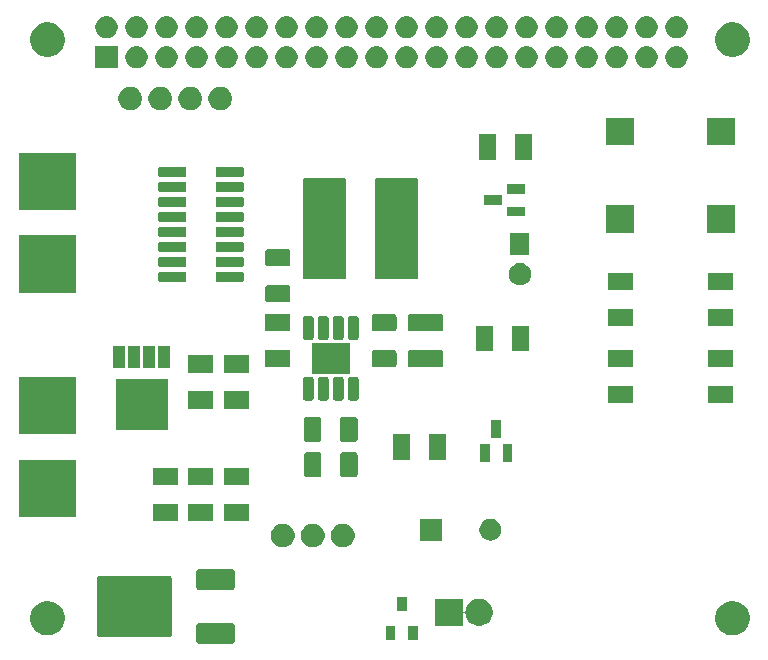
<source format=gts>
G04 #@! TF.GenerationSoftware,KiCad,Pcbnew,(5.1.2-1)-1*
G04 #@! TF.CreationDate,2019-07-25T00:26:34-07:00*
G04 #@! TF.ProjectId,first_design,66697273-745f-4646-9573-69676e2e6b69,rev?*
G04 #@! TF.SameCoordinates,Original*
G04 #@! TF.FileFunction,Soldermask,Top*
G04 #@! TF.FilePolarity,Negative*
%FSLAX46Y46*%
G04 Gerber Fmt 4.6, Leading zero omitted, Abs format (unit mm)*
G04 Created by KiCad (PCBNEW (5.1.2-1)-1) date 2019-07-25 00:26:34*
%MOMM*%
%LPD*%
G04 APERTURE LIST*
%ADD10C,0.100000*%
G04 APERTURE END LIST*
D10*
G36*
X19190082Y3074592D02*
G01*
X19227211Y3063329D01*
X19261431Y3045038D01*
X19291424Y3020424D01*
X19316038Y2990431D01*
X19334329Y2956211D01*
X19345592Y2919082D01*
X19350000Y2874327D01*
X19350000Y1553673D01*
X19345592Y1508918D01*
X19334329Y1471789D01*
X19316038Y1437569D01*
X19291424Y1407576D01*
X19261431Y1382962D01*
X19227211Y1364671D01*
X19190082Y1353408D01*
X19145327Y1349000D01*
X16314673Y1349000D01*
X16269918Y1353408D01*
X16232789Y1364671D01*
X16198569Y1382962D01*
X16168576Y1407576D01*
X16143962Y1437569D01*
X16125671Y1471789D01*
X16114408Y1508918D01*
X16110000Y1553673D01*
X16110000Y2874327D01*
X16114408Y2919082D01*
X16125671Y2956211D01*
X16143962Y2990431D01*
X16168576Y3020424D01*
X16198569Y3045038D01*
X16232789Y3063329D01*
X16269918Y3074592D01*
X16314673Y3079000D01*
X19145327Y3079000D01*
X19190082Y3074592D01*
X19190082Y3074592D01*
G37*
G36*
X34860000Y1685000D02*
G01*
X34040000Y1685000D01*
X34040000Y2855000D01*
X34860000Y2855000D01*
X34860000Y1685000D01*
X34860000Y1685000D01*
G37*
G36*
X32960000Y1685000D02*
G01*
X32140000Y1685000D01*
X32140000Y2855000D01*
X32960000Y2855000D01*
X32960000Y1685000D01*
X32960000Y1685000D01*
G37*
G36*
X13889646Y7061537D02*
G01*
X13917552Y7053071D01*
X13943273Y7039323D01*
X13965819Y7020819D01*
X13984323Y6998273D01*
X13998071Y6972552D01*
X14006537Y6944646D01*
X14010000Y6909480D01*
X14010000Y2090520D01*
X14006537Y2055354D01*
X13998071Y2027448D01*
X13984323Y2001727D01*
X13965819Y1979181D01*
X13943273Y1960677D01*
X13917552Y1946929D01*
X13889646Y1938463D01*
X13854480Y1935000D01*
X7845520Y1935000D01*
X7810354Y1938463D01*
X7782448Y1946929D01*
X7756727Y1960677D01*
X7734181Y1979181D01*
X7715677Y2001727D01*
X7701929Y2027448D01*
X7693463Y2055354D01*
X7690000Y2090520D01*
X7690000Y6909480D01*
X7693463Y6944646D01*
X7701929Y6972552D01*
X7715677Y6998273D01*
X7734181Y7020819D01*
X7756727Y7039323D01*
X7782448Y7053071D01*
X7810354Y7061537D01*
X7845520Y7065000D01*
X13854480Y7065000D01*
X13889646Y7061537D01*
X13889646Y7061537D01*
G37*
G36*
X3922948Y4894278D02*
G01*
X4186831Y4784974D01*
X4186833Y4784973D01*
X4424321Y4626289D01*
X4626289Y4424321D01*
X4784973Y4186833D01*
X4784974Y4186831D01*
X4894278Y3922948D01*
X4950000Y3642814D01*
X4950000Y3357186D01*
X4894278Y3077052D01*
X4800230Y2850000D01*
X4784973Y2813167D01*
X4626289Y2575679D01*
X4424321Y2373711D01*
X4186833Y2215027D01*
X4186832Y2215026D01*
X4186831Y2215026D01*
X3922948Y2105722D01*
X3642814Y2050000D01*
X3357186Y2050000D01*
X3077052Y2105722D01*
X2813169Y2215026D01*
X2813168Y2215026D01*
X2813167Y2215027D01*
X2575679Y2373711D01*
X2373711Y2575679D01*
X2215027Y2813167D01*
X2199770Y2850000D01*
X2105722Y3077052D01*
X2050000Y3357186D01*
X2050000Y3642814D01*
X2105722Y3922948D01*
X2215026Y4186831D01*
X2215027Y4186833D01*
X2373711Y4424321D01*
X2575679Y4626289D01*
X2813167Y4784973D01*
X2813169Y4784974D01*
X3077052Y4894278D01*
X3357186Y4950000D01*
X3642814Y4950000D01*
X3922948Y4894278D01*
X3922948Y4894278D01*
G37*
G36*
X61922948Y4894278D02*
G01*
X62186831Y4784974D01*
X62186833Y4784973D01*
X62424321Y4626289D01*
X62626289Y4424321D01*
X62784973Y4186833D01*
X62784974Y4186831D01*
X62894278Y3922948D01*
X62950000Y3642814D01*
X62950000Y3357186D01*
X62894278Y3077052D01*
X62800230Y2850000D01*
X62784973Y2813167D01*
X62626289Y2575679D01*
X62424321Y2373711D01*
X62186833Y2215027D01*
X62186832Y2215026D01*
X62186831Y2215026D01*
X61922948Y2105722D01*
X61642814Y2050000D01*
X61357186Y2050000D01*
X61077052Y2105722D01*
X60813169Y2215026D01*
X60813168Y2215026D01*
X60813167Y2215027D01*
X60575679Y2373711D01*
X60373711Y2575679D01*
X60215027Y2813167D01*
X60199770Y2850000D01*
X60105722Y3077052D01*
X60050000Y3357186D01*
X60050000Y3642814D01*
X60105722Y3922948D01*
X60215026Y4186831D01*
X60215027Y4186833D01*
X60373711Y4424321D01*
X60575679Y4626289D01*
X60813167Y4784973D01*
X60813169Y4784974D01*
X61077052Y4894278D01*
X61357186Y4950000D01*
X61642814Y4950000D01*
X61922948Y4894278D01*
X61922948Y4894278D01*
G37*
G36*
X38650000Y4175839D02*
G01*
X38652402Y4151453D01*
X38659515Y4128004D01*
X38671066Y4106393D01*
X38686611Y4087451D01*
X38705553Y4071906D01*
X38727164Y4060355D01*
X38750613Y4053242D01*
X38774999Y4050840D01*
X38799385Y4053242D01*
X38822834Y4060355D01*
X38844445Y4071906D01*
X38863387Y4087451D01*
X38878932Y4106393D01*
X38890483Y4128004D01*
X38897596Y4151453D01*
X38934194Y4335441D01*
X38934194Y4335443D01*
X39020884Y4544729D01*
X39146737Y4733082D01*
X39306918Y4893263D01*
X39495271Y5019116D01*
X39704557Y5105806D01*
X39852676Y5135269D01*
X39926734Y5150000D01*
X40153266Y5150000D01*
X40227324Y5135269D01*
X40375443Y5105806D01*
X40584729Y5019116D01*
X40773082Y4893263D01*
X40933263Y4733082D01*
X41059116Y4544729D01*
X41145806Y4335443D01*
X41190000Y4113265D01*
X41190000Y3886735D01*
X41145806Y3664557D01*
X41059116Y3455271D01*
X40933263Y3266918D01*
X40773082Y3106737D01*
X40584729Y2980884D01*
X40375443Y2894194D01*
X40227324Y2864731D01*
X40153266Y2850000D01*
X39926734Y2850000D01*
X39852676Y2864731D01*
X39704557Y2894194D01*
X39495271Y2980884D01*
X39306918Y3106737D01*
X39146737Y3266918D01*
X39020884Y3455271D01*
X38934194Y3664557D01*
X38897596Y3848547D01*
X38890483Y3871996D01*
X38878932Y3893607D01*
X38863386Y3912549D01*
X38844444Y3928094D01*
X38822834Y3939645D01*
X38799385Y3946758D01*
X38774999Y3949160D01*
X38750613Y3946758D01*
X38727164Y3939645D01*
X38705553Y3928094D01*
X38686611Y3912548D01*
X38671066Y3893606D01*
X38659515Y3871996D01*
X38652402Y3848547D01*
X38650000Y3824161D01*
X38650000Y2850000D01*
X36350000Y2850000D01*
X36350000Y5150000D01*
X38650000Y5150000D01*
X38650000Y4175839D01*
X38650000Y4175839D01*
G37*
G36*
X33910000Y4145000D02*
G01*
X33090000Y4145000D01*
X33090000Y5315000D01*
X33910000Y5315000D01*
X33910000Y4145000D01*
X33910000Y4145000D01*
G37*
G36*
X19190720Y7646608D02*
G01*
X19227700Y7635390D01*
X19261782Y7617173D01*
X19291656Y7592656D01*
X19316173Y7562782D01*
X19334390Y7528700D01*
X19345608Y7491720D01*
X19350000Y7447122D01*
X19350000Y6124878D01*
X19345608Y6080280D01*
X19334390Y6043300D01*
X19316173Y6009218D01*
X19291656Y5979344D01*
X19261782Y5954827D01*
X19227700Y5936610D01*
X19190720Y5925392D01*
X19146122Y5921000D01*
X16313878Y5921000D01*
X16269280Y5925392D01*
X16232300Y5936610D01*
X16198218Y5954827D01*
X16168344Y5979344D01*
X16143827Y6009218D01*
X16125610Y6043300D01*
X16114392Y6080280D01*
X16110000Y6124878D01*
X16110000Y7447122D01*
X16114392Y7491720D01*
X16125610Y7528700D01*
X16143827Y7562782D01*
X16168344Y7592656D01*
X16198218Y7617173D01*
X16232300Y7635390D01*
X16269280Y7646608D01*
X16313878Y7651000D01*
X19146122Y7651000D01*
X19190720Y7646608D01*
X19190720Y7646608D01*
G37*
G36*
X26187290Y11474381D02*
G01*
X26251689Y11461571D01*
X26433678Y11386189D01*
X26597463Y11276751D01*
X26736751Y11137463D01*
X26846189Y10973678D01*
X26921571Y10791689D01*
X26960000Y10598491D01*
X26960000Y10401509D01*
X26921571Y10208311D01*
X26846189Y10026322D01*
X26736751Y9862537D01*
X26597463Y9723249D01*
X26433678Y9613811D01*
X26251689Y9538429D01*
X26187290Y9525619D01*
X26058493Y9500000D01*
X25861507Y9500000D01*
X25732710Y9525619D01*
X25668311Y9538429D01*
X25486322Y9613811D01*
X25322537Y9723249D01*
X25183249Y9862537D01*
X25073811Y10026322D01*
X24998429Y10208311D01*
X24960000Y10401509D01*
X24960000Y10598491D01*
X24998429Y10791689D01*
X25073811Y10973678D01*
X25183249Y11137463D01*
X25322537Y11276751D01*
X25486322Y11386189D01*
X25668311Y11461571D01*
X25732710Y11474381D01*
X25861507Y11500000D01*
X26058493Y11500000D01*
X26187290Y11474381D01*
X26187290Y11474381D01*
G37*
G36*
X28727290Y11474381D02*
G01*
X28791689Y11461571D01*
X28973678Y11386189D01*
X29137463Y11276751D01*
X29276751Y11137463D01*
X29386189Y10973678D01*
X29461571Y10791689D01*
X29500000Y10598491D01*
X29500000Y10401509D01*
X29461571Y10208311D01*
X29386189Y10026322D01*
X29276751Y9862537D01*
X29137463Y9723249D01*
X28973678Y9613811D01*
X28791689Y9538429D01*
X28727290Y9525619D01*
X28598493Y9500000D01*
X28401507Y9500000D01*
X28272710Y9525619D01*
X28208311Y9538429D01*
X28026322Y9613811D01*
X27862537Y9723249D01*
X27723249Y9862537D01*
X27613811Y10026322D01*
X27538429Y10208311D01*
X27500000Y10401509D01*
X27500000Y10598491D01*
X27538429Y10791689D01*
X27613811Y10973678D01*
X27723249Y11137463D01*
X27862537Y11276751D01*
X28026322Y11386189D01*
X28208311Y11461571D01*
X28272710Y11474381D01*
X28401507Y11500000D01*
X28598493Y11500000D01*
X28727290Y11474381D01*
X28727290Y11474381D01*
G37*
G36*
X23647290Y11474381D02*
G01*
X23711689Y11461571D01*
X23893678Y11386189D01*
X24057463Y11276751D01*
X24196751Y11137463D01*
X24306189Y10973678D01*
X24381571Y10791689D01*
X24420000Y10598491D01*
X24420000Y10401509D01*
X24381571Y10208311D01*
X24306189Y10026322D01*
X24196751Y9862537D01*
X24057463Y9723249D01*
X23893678Y9613811D01*
X23711689Y9538429D01*
X23647290Y9525619D01*
X23518493Y9500000D01*
X23321507Y9500000D01*
X23192710Y9525619D01*
X23128311Y9538429D01*
X22946322Y9613811D01*
X22782537Y9723249D01*
X22643249Y9862537D01*
X22533811Y10026322D01*
X22458429Y10208311D01*
X22420000Y10401509D01*
X22420000Y10598491D01*
X22458429Y10791689D01*
X22533811Y10973678D01*
X22643249Y11137463D01*
X22782537Y11276751D01*
X22946322Y11386189D01*
X23128311Y11461571D01*
X23192710Y11474381D01*
X23321507Y11500000D01*
X23518493Y11500000D01*
X23647290Y11474381D01*
X23647290Y11474381D01*
G37*
G36*
X36925000Y10075000D02*
G01*
X35075000Y10075000D01*
X35075000Y11925000D01*
X36925000Y11925000D01*
X36925000Y10075000D01*
X36925000Y10075000D01*
G37*
G36*
X41150674Y11913151D02*
G01*
X41269813Y11889453D01*
X41438152Y11819725D01*
X41589653Y11718495D01*
X41718495Y11589653D01*
X41819725Y11438152D01*
X41889453Y11269813D01*
X41925000Y11091105D01*
X41925000Y10908895D01*
X41889453Y10730187D01*
X41819725Y10561848D01*
X41718495Y10410347D01*
X41589653Y10281505D01*
X41438152Y10180275D01*
X41269813Y10110547D01*
X41150674Y10086849D01*
X41091106Y10075000D01*
X40908894Y10075000D01*
X40849326Y10086849D01*
X40730187Y10110547D01*
X40561848Y10180275D01*
X40410347Y10281505D01*
X40281505Y10410347D01*
X40180275Y10561848D01*
X40110547Y10730187D01*
X40075000Y10908895D01*
X40075000Y11091105D01*
X40110547Y11269813D01*
X40180275Y11438152D01*
X40281505Y11589653D01*
X40410347Y11718495D01*
X40561848Y11819725D01*
X40730187Y11889453D01*
X40849326Y11913151D01*
X40908894Y11925000D01*
X41091106Y11925000D01*
X41150674Y11913151D01*
X41150674Y11913151D01*
G37*
G36*
X17560000Y11745000D02*
G01*
X15440000Y11745000D01*
X15440000Y13205000D01*
X17560000Y13205000D01*
X17560000Y11745000D01*
X17560000Y11745000D01*
G37*
G36*
X14560000Y11745000D02*
G01*
X12440000Y11745000D01*
X12440000Y13205000D01*
X14560000Y13205000D01*
X14560000Y11745000D01*
X14560000Y11745000D01*
G37*
G36*
X20560000Y11745000D02*
G01*
X18440000Y11745000D01*
X18440000Y13205000D01*
X20560000Y13205000D01*
X20560000Y11745000D01*
X20560000Y11745000D01*
G37*
G36*
X5915000Y12065000D02*
G01*
X1085000Y12065000D01*
X1085000Y16935000D01*
X5915000Y16935000D01*
X5915000Y12065000D01*
X5915000Y12065000D01*
G37*
G36*
X20560000Y14795000D02*
G01*
X18440000Y14795000D01*
X18440000Y16255000D01*
X20560000Y16255000D01*
X20560000Y14795000D01*
X20560000Y14795000D01*
G37*
G36*
X17560000Y14795000D02*
G01*
X15440000Y14795000D01*
X15440000Y16255000D01*
X17560000Y16255000D01*
X17560000Y14795000D01*
X17560000Y14795000D01*
G37*
G36*
X14560000Y14795000D02*
G01*
X12440000Y14795000D01*
X12440000Y16255000D01*
X14560000Y16255000D01*
X14560000Y14795000D01*
X14560000Y14795000D01*
G37*
G36*
X29582417Y17555290D02*
G01*
X29622502Y17543130D01*
X29659438Y17523388D01*
X29691816Y17496816D01*
X29718388Y17464438D01*
X29738130Y17427502D01*
X29750290Y17387417D01*
X29755000Y17339596D01*
X29755000Y15660404D01*
X29750290Y15612583D01*
X29738130Y15572498D01*
X29718388Y15535562D01*
X29691816Y15503184D01*
X29659438Y15476612D01*
X29622502Y15456870D01*
X29582417Y15444710D01*
X29534596Y15440000D01*
X28515404Y15440000D01*
X28467583Y15444710D01*
X28427498Y15456870D01*
X28390562Y15476612D01*
X28358184Y15503184D01*
X28331612Y15535562D01*
X28311870Y15572498D01*
X28299710Y15612583D01*
X28295000Y15660404D01*
X28295000Y17339596D01*
X28299710Y17387417D01*
X28311870Y17427502D01*
X28331612Y17464438D01*
X28358184Y17496816D01*
X28390562Y17523388D01*
X28427498Y17543130D01*
X28467583Y17555290D01*
X28515404Y17560000D01*
X29534596Y17560000D01*
X29582417Y17555290D01*
X29582417Y17555290D01*
G37*
G36*
X26532417Y17555290D02*
G01*
X26572502Y17543130D01*
X26609438Y17523388D01*
X26641816Y17496816D01*
X26668388Y17464438D01*
X26688130Y17427502D01*
X26700290Y17387417D01*
X26705000Y17339596D01*
X26705000Y15660404D01*
X26700290Y15612583D01*
X26688130Y15572498D01*
X26668388Y15535562D01*
X26641816Y15503184D01*
X26609438Y15476612D01*
X26572502Y15456870D01*
X26532417Y15444710D01*
X26484596Y15440000D01*
X25465404Y15440000D01*
X25417583Y15444710D01*
X25377498Y15456870D01*
X25340562Y15476612D01*
X25308184Y15503184D01*
X25281612Y15535562D01*
X25261870Y15572498D01*
X25249710Y15612583D01*
X25245000Y15660404D01*
X25245000Y17339596D01*
X25249710Y17387417D01*
X25261870Y17427502D01*
X25281612Y17464438D01*
X25308184Y17496816D01*
X25340562Y17523388D01*
X25377498Y17543130D01*
X25417583Y17555290D01*
X25465404Y17560000D01*
X26484596Y17560000D01*
X26532417Y17555290D01*
X26532417Y17555290D01*
G37*
G36*
X42860000Y16725000D02*
G01*
X42040000Y16725000D01*
X42040000Y18275000D01*
X42860000Y18275000D01*
X42860000Y16725000D01*
X42860000Y16725000D01*
G37*
G36*
X40960000Y16725000D02*
G01*
X40140000Y16725000D01*
X40140000Y18275000D01*
X40960000Y18275000D01*
X40960000Y16725000D01*
X40960000Y16725000D01*
G37*
G36*
X37255000Y16940000D02*
G01*
X35795000Y16940000D01*
X35795000Y19060000D01*
X37255000Y19060000D01*
X37255000Y16940000D01*
X37255000Y16940000D01*
G37*
G36*
X34205000Y16940000D02*
G01*
X32745000Y16940000D01*
X32745000Y19060000D01*
X34205000Y19060000D01*
X34205000Y16940000D01*
X34205000Y16940000D01*
G37*
G36*
X29582417Y20555290D02*
G01*
X29622502Y20543130D01*
X29659438Y20523388D01*
X29691816Y20496816D01*
X29718388Y20464438D01*
X29738130Y20427502D01*
X29750290Y20387417D01*
X29755000Y20339596D01*
X29755000Y18660404D01*
X29750290Y18612583D01*
X29738130Y18572498D01*
X29718388Y18535562D01*
X29691816Y18503184D01*
X29659438Y18476612D01*
X29622502Y18456870D01*
X29582417Y18444710D01*
X29534596Y18440000D01*
X28515404Y18440000D01*
X28467583Y18444710D01*
X28427498Y18456870D01*
X28390562Y18476612D01*
X28358184Y18503184D01*
X28331612Y18535562D01*
X28311870Y18572498D01*
X28299710Y18612583D01*
X28295000Y18660404D01*
X28295000Y20339596D01*
X28299710Y20387417D01*
X28311870Y20427502D01*
X28331612Y20464438D01*
X28358184Y20496816D01*
X28390562Y20523388D01*
X28427498Y20543130D01*
X28467583Y20555290D01*
X28515404Y20560000D01*
X29534596Y20560000D01*
X29582417Y20555290D01*
X29582417Y20555290D01*
G37*
G36*
X26532417Y20555290D02*
G01*
X26572502Y20543130D01*
X26609438Y20523388D01*
X26641816Y20496816D01*
X26668388Y20464438D01*
X26688130Y20427502D01*
X26700290Y20387417D01*
X26705000Y20339596D01*
X26705000Y18660404D01*
X26700290Y18612583D01*
X26688130Y18572498D01*
X26668388Y18535562D01*
X26641816Y18503184D01*
X26609438Y18476612D01*
X26572502Y18456870D01*
X26532417Y18444710D01*
X26484596Y18440000D01*
X25465404Y18440000D01*
X25417583Y18444710D01*
X25377498Y18456870D01*
X25340562Y18476612D01*
X25308184Y18503184D01*
X25281612Y18535562D01*
X25261870Y18572498D01*
X25249710Y18612583D01*
X25245000Y18660404D01*
X25245000Y20339596D01*
X25249710Y20387417D01*
X25261870Y20427502D01*
X25281612Y20464438D01*
X25308184Y20496816D01*
X25340562Y20523388D01*
X25377498Y20543130D01*
X25417583Y20555290D01*
X25465404Y20560000D01*
X26484596Y20560000D01*
X26532417Y20555290D01*
X26532417Y20555290D01*
G37*
G36*
X41910000Y18725000D02*
G01*
X41090000Y18725000D01*
X41090000Y20275000D01*
X41910000Y20275000D01*
X41910000Y18725000D01*
X41910000Y18725000D01*
G37*
G36*
X5915000Y19065000D02*
G01*
X1085000Y19065000D01*
X1085000Y23935000D01*
X5915000Y23935000D01*
X5915000Y19065000D01*
X5915000Y19065000D01*
G37*
G36*
X13714999Y19405001D02*
G01*
X9285001Y19405001D01*
X9285001Y23774999D01*
X13714999Y23774999D01*
X13714999Y19405001D01*
X13714999Y19405001D01*
G37*
G36*
X17560000Y21245000D02*
G01*
X15440000Y21245000D01*
X15440000Y22705000D01*
X17560000Y22705000D01*
X17560000Y21245000D01*
X17560000Y21245000D01*
G37*
G36*
X20560000Y21245000D02*
G01*
X18440000Y21245000D01*
X18440000Y22705000D01*
X20560000Y22705000D01*
X20560000Y21245000D01*
X20560000Y21245000D01*
G37*
G36*
X53060000Y21745000D02*
G01*
X50940000Y21745000D01*
X50940000Y23205000D01*
X53060000Y23205000D01*
X53060000Y21745000D01*
X53060000Y21745000D01*
G37*
G36*
X61560000Y21745000D02*
G01*
X59440000Y21745000D01*
X59440000Y23205000D01*
X61560000Y23205000D01*
X61560000Y21745000D01*
X61560000Y21745000D01*
G37*
G36*
X25901784Y23911349D02*
G01*
X25931527Y23902327D01*
X25958936Y23887676D01*
X25982960Y23867960D01*
X26002676Y23843936D01*
X26017327Y23816527D01*
X26026349Y23786784D01*
X26030000Y23749715D01*
X26030000Y22100285D01*
X26026349Y22063216D01*
X26017327Y22033473D01*
X26002676Y22006064D01*
X25982960Y21982040D01*
X25958936Y21962324D01*
X25931527Y21947673D01*
X25901784Y21938651D01*
X25864715Y21935000D01*
X25325285Y21935000D01*
X25288216Y21938651D01*
X25258473Y21947673D01*
X25231064Y21962324D01*
X25207040Y21982040D01*
X25187324Y22006064D01*
X25172673Y22033473D01*
X25163651Y22063216D01*
X25160000Y22100285D01*
X25160000Y23749715D01*
X25163651Y23786784D01*
X25172673Y23816527D01*
X25187324Y23843936D01*
X25207040Y23867960D01*
X25231064Y23887676D01*
X25258473Y23902327D01*
X25288216Y23911349D01*
X25325285Y23915000D01*
X25864715Y23915000D01*
X25901784Y23911349D01*
X25901784Y23911349D01*
G37*
G36*
X28441784Y23911349D02*
G01*
X28471527Y23902327D01*
X28498936Y23887676D01*
X28522960Y23867960D01*
X28542676Y23843936D01*
X28557327Y23816527D01*
X28566349Y23786784D01*
X28570000Y23749715D01*
X28570000Y22100285D01*
X28566349Y22063216D01*
X28557327Y22033473D01*
X28542676Y22006064D01*
X28522960Y21982040D01*
X28498936Y21962324D01*
X28471527Y21947673D01*
X28441784Y21938651D01*
X28404715Y21935000D01*
X27865285Y21935000D01*
X27828216Y21938651D01*
X27798473Y21947673D01*
X27771064Y21962324D01*
X27747040Y21982040D01*
X27727324Y22006064D01*
X27712673Y22033473D01*
X27703651Y22063216D01*
X27700000Y22100285D01*
X27700000Y23749715D01*
X27703651Y23786784D01*
X27712673Y23816527D01*
X27727324Y23843936D01*
X27747040Y23867960D01*
X27771064Y23887676D01*
X27798473Y23902327D01*
X27828216Y23911349D01*
X27865285Y23915000D01*
X28404715Y23915000D01*
X28441784Y23911349D01*
X28441784Y23911349D01*
G37*
G36*
X29711784Y23911349D02*
G01*
X29741527Y23902327D01*
X29768936Y23887676D01*
X29792960Y23867960D01*
X29812676Y23843936D01*
X29827327Y23816527D01*
X29836349Y23786784D01*
X29840000Y23749715D01*
X29840000Y22100285D01*
X29836349Y22063216D01*
X29827327Y22033473D01*
X29812676Y22006064D01*
X29792960Y21982040D01*
X29768936Y21962324D01*
X29741527Y21947673D01*
X29711784Y21938651D01*
X29674715Y21935000D01*
X29135285Y21935000D01*
X29098216Y21938651D01*
X29068473Y21947673D01*
X29041064Y21962324D01*
X29017040Y21982040D01*
X28997324Y22006064D01*
X28982673Y22033473D01*
X28973651Y22063216D01*
X28970000Y22100285D01*
X28970000Y23749715D01*
X28973651Y23786784D01*
X28982673Y23816527D01*
X28997324Y23843936D01*
X29017040Y23867960D01*
X29041064Y23887676D01*
X29068473Y23902327D01*
X29098216Y23911349D01*
X29135285Y23915000D01*
X29674715Y23915000D01*
X29711784Y23911349D01*
X29711784Y23911349D01*
G37*
G36*
X27171784Y23911349D02*
G01*
X27201527Y23902327D01*
X27228936Y23887676D01*
X27252960Y23867960D01*
X27272676Y23843936D01*
X27287327Y23816527D01*
X27296349Y23786784D01*
X27300000Y23749715D01*
X27300000Y22100285D01*
X27296349Y22063216D01*
X27287327Y22033473D01*
X27272676Y22006064D01*
X27252960Y21982040D01*
X27228936Y21962324D01*
X27201527Y21947673D01*
X27171784Y21938651D01*
X27134715Y21935000D01*
X26595285Y21935000D01*
X26558216Y21938651D01*
X26528473Y21947673D01*
X26501064Y21962324D01*
X26477040Y21982040D01*
X26457324Y22006064D01*
X26442673Y22033473D01*
X26433651Y22063216D01*
X26430000Y22100285D01*
X26430000Y23749715D01*
X26433651Y23786784D01*
X26442673Y23816527D01*
X26457324Y23843936D01*
X26477040Y23867960D01*
X26501064Y23887676D01*
X26528473Y23902327D01*
X26558216Y23911349D01*
X26595285Y23915000D01*
X27134715Y23915000D01*
X27171784Y23911349D01*
X27171784Y23911349D01*
G37*
G36*
X29125000Y24195000D02*
G01*
X25875000Y24195000D01*
X25875000Y26805000D01*
X29125000Y26805000D01*
X29125000Y24195000D01*
X29125000Y24195000D01*
G37*
G36*
X20560000Y24295000D02*
G01*
X18440000Y24295000D01*
X18440000Y25755000D01*
X20560000Y25755000D01*
X20560000Y24295000D01*
X20560000Y24295000D01*
G37*
G36*
X17560000Y24295000D02*
G01*
X15440000Y24295000D01*
X15440000Y25755000D01*
X17560000Y25755000D01*
X17560000Y24295000D01*
X17560000Y24295000D01*
G37*
G36*
X12645000Y24655000D02*
G01*
X11625000Y24655000D01*
X11625000Y26585000D01*
X12645000Y26585000D01*
X12645000Y24655000D01*
X12645000Y24655000D01*
G37*
G36*
X13915000Y24655000D02*
G01*
X12895000Y24655000D01*
X12895000Y26585000D01*
X13915000Y26585000D01*
X13915000Y24655000D01*
X13915000Y24655000D01*
G37*
G36*
X11375000Y24655000D02*
G01*
X10355000Y24655000D01*
X10355000Y26585000D01*
X11375000Y26585000D01*
X11375000Y24655000D01*
X11375000Y24655000D01*
G37*
G36*
X10105000Y24655000D02*
G01*
X9085000Y24655000D01*
X9085000Y26585000D01*
X10105000Y26585000D01*
X10105000Y24655000D01*
X10105000Y24655000D01*
G37*
G36*
X24060000Y24745000D02*
G01*
X21940000Y24745000D01*
X21940000Y26205000D01*
X24060000Y26205000D01*
X24060000Y24745000D01*
X24060000Y24745000D01*
G37*
G36*
X32887417Y26200290D02*
G01*
X32927502Y26188130D01*
X32964438Y26168388D01*
X32996816Y26141816D01*
X33023388Y26109438D01*
X33043130Y26072502D01*
X33055290Y26032417D01*
X33060000Y25984596D01*
X33060000Y24965404D01*
X33055290Y24917583D01*
X33043130Y24877498D01*
X33023388Y24840562D01*
X32996816Y24808184D01*
X32964438Y24781612D01*
X32927502Y24761870D01*
X32887417Y24749710D01*
X32839596Y24745000D01*
X31160404Y24745000D01*
X31112583Y24749710D01*
X31072498Y24761870D01*
X31035562Y24781612D01*
X31003184Y24808184D01*
X30976612Y24840562D01*
X30956870Y24877498D01*
X30944710Y24917583D01*
X30940000Y24965404D01*
X30940000Y25984596D01*
X30944710Y26032417D01*
X30956870Y26072502D01*
X30976612Y26109438D01*
X31003184Y26141816D01*
X31035562Y26168388D01*
X31072498Y26188130D01*
X31112583Y26200290D01*
X31160404Y26205000D01*
X32839596Y26205000D01*
X32887417Y26200290D01*
X32887417Y26200290D01*
G37*
G36*
X36837417Y26200290D02*
G01*
X36877502Y26188130D01*
X36914438Y26168388D01*
X36946816Y26141816D01*
X36973388Y26109438D01*
X36993130Y26072502D01*
X37005290Y26032417D01*
X37010000Y25984596D01*
X37010000Y24965404D01*
X37005290Y24917583D01*
X36993130Y24877498D01*
X36973388Y24840562D01*
X36946816Y24808184D01*
X36914438Y24781612D01*
X36877502Y24761870D01*
X36837417Y24749710D01*
X36789596Y24745000D01*
X34210404Y24745000D01*
X34162583Y24749710D01*
X34122498Y24761870D01*
X34085562Y24781612D01*
X34053184Y24808184D01*
X34026612Y24840562D01*
X34006870Y24877498D01*
X33994710Y24917583D01*
X33990000Y24965404D01*
X33990000Y25984596D01*
X33994710Y26032417D01*
X34006870Y26072502D01*
X34026612Y26109438D01*
X34053184Y26141816D01*
X34085562Y26168388D01*
X34122498Y26188130D01*
X34162583Y26200290D01*
X34210404Y26205000D01*
X36789596Y26205000D01*
X36837417Y26200290D01*
X36837417Y26200290D01*
G37*
G36*
X61560000Y24795000D02*
G01*
X59440000Y24795000D01*
X59440000Y26255000D01*
X61560000Y26255000D01*
X61560000Y24795000D01*
X61560000Y24795000D01*
G37*
G36*
X53060000Y24795000D02*
G01*
X50940000Y24795000D01*
X50940000Y26255000D01*
X53060000Y26255000D01*
X53060000Y24795000D01*
X53060000Y24795000D01*
G37*
G36*
X44255000Y26140000D02*
G01*
X42795000Y26140000D01*
X42795000Y28260000D01*
X44255000Y28260000D01*
X44255000Y26140000D01*
X44255000Y26140000D01*
G37*
G36*
X41205000Y26140000D02*
G01*
X39745000Y26140000D01*
X39745000Y28260000D01*
X41205000Y28260000D01*
X41205000Y26140000D01*
X41205000Y26140000D01*
G37*
G36*
X29711784Y29061349D02*
G01*
X29741527Y29052327D01*
X29768936Y29037676D01*
X29792960Y29017960D01*
X29812676Y28993936D01*
X29827327Y28966527D01*
X29836349Y28936784D01*
X29840000Y28899715D01*
X29840000Y27250285D01*
X29836349Y27213216D01*
X29827327Y27183473D01*
X29812676Y27156064D01*
X29792960Y27132040D01*
X29768936Y27112324D01*
X29741527Y27097673D01*
X29711784Y27088651D01*
X29674715Y27085000D01*
X29135285Y27085000D01*
X29098216Y27088651D01*
X29068473Y27097673D01*
X29041064Y27112324D01*
X29017040Y27132040D01*
X28997324Y27156064D01*
X28982673Y27183473D01*
X28973651Y27213216D01*
X28970000Y27250285D01*
X28970000Y28899715D01*
X28973651Y28936784D01*
X28982673Y28966527D01*
X28997324Y28993936D01*
X29017040Y29017960D01*
X29041064Y29037676D01*
X29068473Y29052327D01*
X29098216Y29061349D01*
X29135285Y29065000D01*
X29674715Y29065000D01*
X29711784Y29061349D01*
X29711784Y29061349D01*
G37*
G36*
X28441784Y29061349D02*
G01*
X28471527Y29052327D01*
X28498936Y29037676D01*
X28522960Y29017960D01*
X28542676Y28993936D01*
X28557327Y28966527D01*
X28566349Y28936784D01*
X28570000Y28899715D01*
X28570000Y27250285D01*
X28566349Y27213216D01*
X28557327Y27183473D01*
X28542676Y27156064D01*
X28522960Y27132040D01*
X28498936Y27112324D01*
X28471527Y27097673D01*
X28441784Y27088651D01*
X28404715Y27085000D01*
X27865285Y27085000D01*
X27828216Y27088651D01*
X27798473Y27097673D01*
X27771064Y27112324D01*
X27747040Y27132040D01*
X27727324Y27156064D01*
X27712673Y27183473D01*
X27703651Y27213216D01*
X27700000Y27250285D01*
X27700000Y28899715D01*
X27703651Y28936784D01*
X27712673Y28966527D01*
X27727324Y28993936D01*
X27747040Y29017960D01*
X27771064Y29037676D01*
X27798473Y29052327D01*
X27828216Y29061349D01*
X27865285Y29065000D01*
X28404715Y29065000D01*
X28441784Y29061349D01*
X28441784Y29061349D01*
G37*
G36*
X27171784Y29061349D02*
G01*
X27201527Y29052327D01*
X27228936Y29037676D01*
X27252960Y29017960D01*
X27272676Y28993936D01*
X27287327Y28966527D01*
X27296349Y28936784D01*
X27300000Y28899715D01*
X27300000Y27250285D01*
X27296349Y27213216D01*
X27287327Y27183473D01*
X27272676Y27156064D01*
X27252960Y27132040D01*
X27228936Y27112324D01*
X27201527Y27097673D01*
X27171784Y27088651D01*
X27134715Y27085000D01*
X26595285Y27085000D01*
X26558216Y27088651D01*
X26528473Y27097673D01*
X26501064Y27112324D01*
X26477040Y27132040D01*
X26457324Y27156064D01*
X26442673Y27183473D01*
X26433651Y27213216D01*
X26430000Y27250285D01*
X26430000Y28899715D01*
X26433651Y28936784D01*
X26442673Y28966527D01*
X26457324Y28993936D01*
X26477040Y29017960D01*
X26501064Y29037676D01*
X26528473Y29052327D01*
X26558216Y29061349D01*
X26595285Y29065000D01*
X27134715Y29065000D01*
X27171784Y29061349D01*
X27171784Y29061349D01*
G37*
G36*
X25901784Y29061349D02*
G01*
X25931527Y29052327D01*
X25958936Y29037676D01*
X25982960Y29017960D01*
X26002676Y28993936D01*
X26017327Y28966527D01*
X26026349Y28936784D01*
X26030000Y28899715D01*
X26030000Y27250285D01*
X26026349Y27213216D01*
X26017327Y27183473D01*
X26002676Y27156064D01*
X25982960Y27132040D01*
X25958936Y27112324D01*
X25931527Y27097673D01*
X25901784Y27088651D01*
X25864715Y27085000D01*
X25325285Y27085000D01*
X25288216Y27088651D01*
X25258473Y27097673D01*
X25231064Y27112324D01*
X25207040Y27132040D01*
X25187324Y27156064D01*
X25172673Y27183473D01*
X25163651Y27213216D01*
X25160000Y27250285D01*
X25160000Y28899715D01*
X25163651Y28936784D01*
X25172673Y28966527D01*
X25187324Y28993936D01*
X25207040Y29017960D01*
X25231064Y29037676D01*
X25258473Y29052327D01*
X25288216Y29061349D01*
X25325285Y29065000D01*
X25864715Y29065000D01*
X25901784Y29061349D01*
X25901784Y29061349D01*
G37*
G36*
X24060000Y27795000D02*
G01*
X21940000Y27795000D01*
X21940000Y29255000D01*
X24060000Y29255000D01*
X24060000Y27795000D01*
X24060000Y27795000D01*
G37*
G36*
X36837417Y29250290D02*
G01*
X36877502Y29238130D01*
X36914438Y29218388D01*
X36946816Y29191816D01*
X36973388Y29159438D01*
X36993130Y29122502D01*
X37005290Y29082417D01*
X37010000Y29034596D01*
X37010000Y28015404D01*
X37005290Y27967583D01*
X36993130Y27927498D01*
X36973388Y27890562D01*
X36946816Y27858184D01*
X36914438Y27831612D01*
X36877502Y27811870D01*
X36837417Y27799710D01*
X36789596Y27795000D01*
X34210404Y27795000D01*
X34162583Y27799710D01*
X34122498Y27811870D01*
X34085562Y27831612D01*
X34053184Y27858184D01*
X34026612Y27890562D01*
X34006870Y27927498D01*
X33994710Y27967583D01*
X33990000Y28015404D01*
X33990000Y29034596D01*
X33994710Y29082417D01*
X34006870Y29122502D01*
X34026612Y29159438D01*
X34053184Y29191816D01*
X34085562Y29218388D01*
X34122498Y29238130D01*
X34162583Y29250290D01*
X34210404Y29255000D01*
X36789596Y29255000D01*
X36837417Y29250290D01*
X36837417Y29250290D01*
G37*
G36*
X32887417Y29250290D02*
G01*
X32927502Y29238130D01*
X32964438Y29218388D01*
X32996816Y29191816D01*
X33023388Y29159438D01*
X33043130Y29122502D01*
X33055290Y29082417D01*
X33060000Y29034596D01*
X33060000Y28015404D01*
X33055290Y27967583D01*
X33043130Y27927498D01*
X33023388Y27890562D01*
X32996816Y27858184D01*
X32964438Y27831612D01*
X32927502Y27811870D01*
X32887417Y27799710D01*
X32839596Y27795000D01*
X31160404Y27795000D01*
X31112583Y27799710D01*
X31072498Y27811870D01*
X31035562Y27831612D01*
X31003184Y27858184D01*
X30976612Y27890562D01*
X30956870Y27927498D01*
X30944710Y27967583D01*
X30940000Y28015404D01*
X30940000Y29034596D01*
X30944710Y29082417D01*
X30956870Y29122502D01*
X30976612Y29159438D01*
X31003184Y29191816D01*
X31035562Y29218388D01*
X31072498Y29238130D01*
X31112583Y29250290D01*
X31160404Y29255000D01*
X32839596Y29255000D01*
X32887417Y29250290D01*
X32887417Y29250290D01*
G37*
G36*
X61560000Y28245000D02*
G01*
X59440000Y28245000D01*
X59440000Y29705000D01*
X61560000Y29705000D01*
X61560000Y28245000D01*
X61560000Y28245000D01*
G37*
G36*
X53060000Y28245000D02*
G01*
X50940000Y28245000D01*
X50940000Y29705000D01*
X53060000Y29705000D01*
X53060000Y28245000D01*
X53060000Y28245000D01*
G37*
G36*
X23887417Y31700290D02*
G01*
X23927502Y31688130D01*
X23964438Y31668388D01*
X23996816Y31641816D01*
X24023388Y31609438D01*
X24043130Y31572502D01*
X24055290Y31532417D01*
X24060000Y31484596D01*
X24060000Y30465404D01*
X24055290Y30417583D01*
X24043130Y30377498D01*
X24023388Y30340562D01*
X23996816Y30308184D01*
X23964438Y30281612D01*
X23927502Y30261870D01*
X23887417Y30249710D01*
X23839596Y30245000D01*
X22160404Y30245000D01*
X22112583Y30249710D01*
X22072498Y30261870D01*
X22035562Y30281612D01*
X22003184Y30308184D01*
X21976612Y30340562D01*
X21956870Y30377498D01*
X21944710Y30417583D01*
X21940000Y30465404D01*
X21940000Y31484596D01*
X21944710Y31532417D01*
X21956870Y31572502D01*
X21976612Y31609438D01*
X22003184Y31641816D01*
X22035562Y31668388D01*
X22072498Y31688130D01*
X22112583Y31700290D01*
X22160404Y31705000D01*
X23839596Y31705000D01*
X23887417Y31700290D01*
X23887417Y31700290D01*
G37*
G36*
X5915000Y31065000D02*
G01*
X1085000Y31065000D01*
X1085000Y35935000D01*
X5915000Y35935000D01*
X5915000Y31065000D01*
X5915000Y31065000D01*
G37*
G36*
X53060000Y31295000D02*
G01*
X50940000Y31295000D01*
X50940000Y32755000D01*
X53060000Y32755000D01*
X53060000Y31295000D01*
X53060000Y31295000D01*
G37*
G36*
X61560000Y31295000D02*
G01*
X59440000Y31295000D01*
X59440000Y32755000D01*
X61560000Y32755000D01*
X61560000Y31295000D01*
X61560000Y31295000D01*
G37*
G36*
X43685336Y33561746D02*
G01*
X43777105Y33543492D01*
X43949994Y33471879D01*
X44105590Y33367913D01*
X44237913Y33235590D01*
X44341879Y33079994D01*
X44413492Y32907105D01*
X44413492Y32907104D01*
X44449043Y32728381D01*
X44450000Y32723567D01*
X44450000Y32536433D01*
X44413492Y32352895D01*
X44341879Y32180006D01*
X44237913Y32024410D01*
X44105590Y31892087D01*
X43949994Y31788121D01*
X43777105Y31716508D01*
X43719250Y31705000D01*
X43593568Y31680000D01*
X43406432Y31680000D01*
X43280750Y31705000D01*
X43222895Y31716508D01*
X43050006Y31788121D01*
X42894410Y31892087D01*
X42762087Y32024410D01*
X42658121Y32180006D01*
X42586508Y32352895D01*
X42550000Y32536433D01*
X42550000Y32723567D01*
X42550958Y32728381D01*
X42586508Y32907104D01*
X42586508Y32907105D01*
X42658121Y33079994D01*
X42762087Y33235590D01*
X42894410Y33367913D01*
X43050006Y33471879D01*
X43222895Y33543492D01*
X43314664Y33561746D01*
X43406432Y33580000D01*
X43593568Y33580000D01*
X43685336Y33561746D01*
X43685336Y33561746D01*
G37*
G36*
X19990024Y32822224D02*
G01*
X20019452Y32813297D01*
X20046581Y32798796D01*
X20070356Y32779285D01*
X20089867Y32755510D01*
X20104368Y32728381D01*
X20113295Y32698953D01*
X20116914Y32662203D01*
X20116914Y32109483D01*
X20113295Y32072733D01*
X20104368Y32043305D01*
X20089867Y32016176D01*
X20070356Y31992401D01*
X20046581Y31972890D01*
X20019452Y31958389D01*
X19990024Y31949462D01*
X19953274Y31945843D01*
X17910554Y31945843D01*
X17873804Y31949462D01*
X17844376Y31958389D01*
X17817247Y31972890D01*
X17793472Y31992401D01*
X17773961Y32016176D01*
X17759460Y32043305D01*
X17750533Y32072733D01*
X17746914Y32109483D01*
X17746914Y32662203D01*
X17750533Y32698953D01*
X17759460Y32728381D01*
X17773961Y32755510D01*
X17793472Y32779285D01*
X17817247Y32798796D01*
X17844376Y32813297D01*
X17873804Y32822224D01*
X17910554Y32825843D01*
X19953274Y32825843D01*
X19990024Y32822224D01*
X19990024Y32822224D01*
G37*
G36*
X15140024Y32822224D02*
G01*
X15169452Y32813297D01*
X15196581Y32798796D01*
X15220356Y32779285D01*
X15239867Y32755510D01*
X15254368Y32728381D01*
X15263295Y32698953D01*
X15266914Y32662203D01*
X15266914Y32109483D01*
X15263295Y32072733D01*
X15254368Y32043305D01*
X15239867Y32016176D01*
X15220356Y31992401D01*
X15196581Y31972890D01*
X15169452Y31958389D01*
X15140024Y31949462D01*
X15103274Y31945843D01*
X13060554Y31945843D01*
X13023804Y31949462D01*
X12994376Y31958389D01*
X12967247Y31972890D01*
X12943472Y31992401D01*
X12923961Y32016176D01*
X12909460Y32043305D01*
X12900533Y32072733D01*
X12896914Y32109483D01*
X12896914Y32662203D01*
X12900533Y32698953D01*
X12909460Y32728381D01*
X12923961Y32755510D01*
X12943472Y32779285D01*
X12967247Y32798796D01*
X12994376Y32813297D01*
X13023804Y32822224D01*
X13060554Y32825843D01*
X15103274Y32825843D01*
X15140024Y32822224D01*
X15140024Y32822224D01*
G37*
G36*
X34727789Y40801373D02*
G01*
X34757296Y40792422D01*
X34784491Y40777886D01*
X34808326Y40758326D01*
X34827886Y40734491D01*
X34842422Y40707296D01*
X34851373Y40677789D01*
X34855000Y40640962D01*
X34855000Y32359038D01*
X34851373Y32322211D01*
X34842422Y32292704D01*
X34827886Y32265509D01*
X34808326Y32241674D01*
X34784491Y32222114D01*
X34757296Y32207578D01*
X34727789Y32198627D01*
X34690962Y32195000D01*
X31399038Y32195000D01*
X31362211Y32198627D01*
X31332704Y32207578D01*
X31305509Y32222114D01*
X31281674Y32241674D01*
X31262114Y32265509D01*
X31247578Y32292704D01*
X31238627Y32322211D01*
X31235000Y32359038D01*
X31235000Y40640962D01*
X31238627Y40677789D01*
X31247578Y40707296D01*
X31262114Y40734491D01*
X31281674Y40758326D01*
X31305509Y40777886D01*
X31332704Y40792422D01*
X31362211Y40801373D01*
X31399038Y40805000D01*
X34690962Y40805000D01*
X34727789Y40801373D01*
X34727789Y40801373D01*
G37*
G36*
X28637789Y40801373D02*
G01*
X28667296Y40792422D01*
X28694491Y40777886D01*
X28718326Y40758326D01*
X28737886Y40734491D01*
X28752422Y40707296D01*
X28761373Y40677789D01*
X28765000Y40640962D01*
X28765000Y32359038D01*
X28761373Y32322211D01*
X28752422Y32292704D01*
X28737886Y32265509D01*
X28718326Y32241674D01*
X28694491Y32222114D01*
X28667296Y32207578D01*
X28637789Y32198627D01*
X28600962Y32195000D01*
X25309038Y32195000D01*
X25272211Y32198627D01*
X25242704Y32207578D01*
X25215509Y32222114D01*
X25191674Y32241674D01*
X25172114Y32265509D01*
X25157578Y32292704D01*
X25148627Y32322211D01*
X25145000Y32359038D01*
X25145000Y40640962D01*
X25148627Y40677789D01*
X25157578Y40707296D01*
X25172114Y40734491D01*
X25191674Y40758326D01*
X25215509Y40777886D01*
X25242704Y40792422D01*
X25272211Y40801373D01*
X25309038Y40805000D01*
X28600962Y40805000D01*
X28637789Y40801373D01*
X28637789Y40801373D01*
G37*
G36*
X15140024Y34092224D02*
G01*
X15169452Y34083297D01*
X15196581Y34068796D01*
X15220356Y34049285D01*
X15239867Y34025510D01*
X15254368Y33998381D01*
X15263295Y33968953D01*
X15266914Y33932203D01*
X15266914Y33379483D01*
X15263295Y33342733D01*
X15254368Y33313305D01*
X15239867Y33286176D01*
X15220356Y33262401D01*
X15196581Y33242890D01*
X15169452Y33228389D01*
X15140024Y33219462D01*
X15103274Y33215843D01*
X13060554Y33215843D01*
X13023804Y33219462D01*
X12994376Y33228389D01*
X12967247Y33242890D01*
X12943472Y33262401D01*
X12923961Y33286176D01*
X12909460Y33313305D01*
X12900533Y33342733D01*
X12896914Y33379483D01*
X12896914Y33932203D01*
X12900533Y33968953D01*
X12909460Y33998381D01*
X12923961Y34025510D01*
X12943472Y34049285D01*
X12967247Y34068796D01*
X12994376Y34083297D01*
X13023804Y34092224D01*
X13060554Y34095843D01*
X15103274Y34095843D01*
X15140024Y34092224D01*
X15140024Y34092224D01*
G37*
G36*
X19990024Y34092224D02*
G01*
X20019452Y34083297D01*
X20046581Y34068796D01*
X20070356Y34049285D01*
X20089867Y34025510D01*
X20104368Y33998381D01*
X20113295Y33968953D01*
X20116914Y33932203D01*
X20116914Y33379483D01*
X20113295Y33342733D01*
X20104368Y33313305D01*
X20089867Y33286176D01*
X20070356Y33262401D01*
X20046581Y33242890D01*
X20019452Y33228389D01*
X19990024Y33219462D01*
X19953274Y33215843D01*
X17910554Y33215843D01*
X17873804Y33219462D01*
X17844376Y33228389D01*
X17817247Y33242890D01*
X17793472Y33262401D01*
X17773961Y33286176D01*
X17759460Y33313305D01*
X17750533Y33342733D01*
X17746914Y33379483D01*
X17746914Y33932203D01*
X17750533Y33968953D01*
X17759460Y33998381D01*
X17773961Y34025510D01*
X17793472Y34049285D01*
X17817247Y34068796D01*
X17844376Y34083297D01*
X17873804Y34092224D01*
X17910554Y34095843D01*
X19953274Y34095843D01*
X19990024Y34092224D01*
X19990024Y34092224D01*
G37*
G36*
X23887417Y34750290D02*
G01*
X23927502Y34738130D01*
X23964438Y34718388D01*
X23996816Y34691816D01*
X24023388Y34659438D01*
X24043130Y34622502D01*
X24055290Y34582417D01*
X24060000Y34534596D01*
X24060000Y33515404D01*
X24055290Y33467583D01*
X24043130Y33427498D01*
X24023388Y33390562D01*
X23996816Y33358184D01*
X23964438Y33331612D01*
X23927502Y33311870D01*
X23887417Y33299710D01*
X23839596Y33295000D01*
X22160404Y33295000D01*
X22112583Y33299710D01*
X22072498Y33311870D01*
X22035562Y33331612D01*
X22003184Y33358184D01*
X21976612Y33390562D01*
X21956870Y33427498D01*
X21944710Y33467583D01*
X21940000Y33515404D01*
X21940000Y34534596D01*
X21944710Y34582417D01*
X21956870Y34622502D01*
X21976612Y34659438D01*
X22003184Y34691816D01*
X22035562Y34718388D01*
X22072498Y34738130D01*
X22112583Y34750290D01*
X22160404Y34755000D01*
X23839596Y34755000D01*
X23887417Y34750290D01*
X23887417Y34750290D01*
G37*
G36*
X44315000Y34220000D02*
G01*
X42685000Y34220000D01*
X42685000Y36120000D01*
X44315000Y36120000D01*
X44315000Y34220000D01*
X44315000Y34220000D01*
G37*
G36*
X15140024Y35362224D02*
G01*
X15169452Y35353297D01*
X15196581Y35338796D01*
X15220356Y35319285D01*
X15239867Y35295510D01*
X15254368Y35268381D01*
X15263295Y35238953D01*
X15266914Y35202203D01*
X15266914Y34649483D01*
X15263295Y34612733D01*
X15254368Y34583305D01*
X15239867Y34556176D01*
X15220356Y34532401D01*
X15196581Y34512890D01*
X15169452Y34498389D01*
X15140024Y34489462D01*
X15103274Y34485843D01*
X13060554Y34485843D01*
X13023804Y34489462D01*
X12994376Y34498389D01*
X12967247Y34512890D01*
X12943472Y34532401D01*
X12923961Y34556176D01*
X12909460Y34583305D01*
X12900533Y34612733D01*
X12896914Y34649483D01*
X12896914Y35202203D01*
X12900533Y35238953D01*
X12909460Y35268381D01*
X12923961Y35295510D01*
X12943472Y35319285D01*
X12967247Y35338796D01*
X12994376Y35353297D01*
X13023804Y35362224D01*
X13060554Y35365843D01*
X15103274Y35365843D01*
X15140024Y35362224D01*
X15140024Y35362224D01*
G37*
G36*
X19990024Y35362224D02*
G01*
X20019452Y35353297D01*
X20046581Y35338796D01*
X20070356Y35319285D01*
X20089867Y35295510D01*
X20104368Y35268381D01*
X20113295Y35238953D01*
X20116914Y35202203D01*
X20116914Y34649483D01*
X20113295Y34612733D01*
X20104368Y34583305D01*
X20089867Y34556176D01*
X20070356Y34532401D01*
X20046581Y34512890D01*
X20019452Y34498389D01*
X19990024Y34489462D01*
X19953274Y34485843D01*
X17910554Y34485843D01*
X17873804Y34489462D01*
X17844376Y34498389D01*
X17817247Y34512890D01*
X17793472Y34532401D01*
X17773961Y34556176D01*
X17759460Y34583305D01*
X17750533Y34612733D01*
X17746914Y34649483D01*
X17746914Y35202203D01*
X17750533Y35238953D01*
X17759460Y35268381D01*
X17773961Y35295510D01*
X17793472Y35319285D01*
X17817247Y35338796D01*
X17844376Y35353297D01*
X17873804Y35362224D01*
X17910554Y35365843D01*
X19953274Y35365843D01*
X19990024Y35362224D01*
X19990024Y35362224D01*
G37*
G36*
X19990024Y36632224D02*
G01*
X20019452Y36623297D01*
X20046581Y36608796D01*
X20070356Y36589285D01*
X20089867Y36565510D01*
X20104368Y36538381D01*
X20113295Y36508953D01*
X20116914Y36472203D01*
X20116914Y35919483D01*
X20113295Y35882733D01*
X20104368Y35853305D01*
X20089867Y35826176D01*
X20070356Y35802401D01*
X20046581Y35782890D01*
X20019452Y35768389D01*
X19990024Y35759462D01*
X19953274Y35755843D01*
X17910554Y35755843D01*
X17873804Y35759462D01*
X17844376Y35768389D01*
X17817247Y35782890D01*
X17793472Y35802401D01*
X17773961Y35826176D01*
X17759460Y35853305D01*
X17750533Y35882733D01*
X17746914Y35919483D01*
X17746914Y36472203D01*
X17750533Y36508953D01*
X17759460Y36538381D01*
X17773961Y36565510D01*
X17793472Y36589285D01*
X17817247Y36608796D01*
X17844376Y36623297D01*
X17873804Y36632224D01*
X17910554Y36635843D01*
X19953274Y36635843D01*
X19990024Y36632224D01*
X19990024Y36632224D01*
G37*
G36*
X15140024Y36632224D02*
G01*
X15169452Y36623297D01*
X15196581Y36608796D01*
X15220356Y36589285D01*
X15239867Y36565510D01*
X15254368Y36538381D01*
X15263295Y36508953D01*
X15266914Y36472203D01*
X15266914Y35919483D01*
X15263295Y35882733D01*
X15254368Y35853305D01*
X15239867Y35826176D01*
X15220356Y35802401D01*
X15196581Y35782890D01*
X15169452Y35768389D01*
X15140024Y35759462D01*
X15103274Y35755843D01*
X13060554Y35755843D01*
X13023804Y35759462D01*
X12994376Y35768389D01*
X12967247Y35782890D01*
X12943472Y35802401D01*
X12923961Y35826176D01*
X12909460Y35853305D01*
X12900533Y35882733D01*
X12896914Y35919483D01*
X12896914Y36472203D01*
X12900533Y36508953D01*
X12909460Y36538381D01*
X12923961Y36565510D01*
X12943472Y36589285D01*
X12967247Y36608796D01*
X12994376Y36623297D01*
X13023804Y36632224D01*
X13060554Y36635843D01*
X15103274Y36635843D01*
X15140024Y36632224D01*
X15140024Y36632224D01*
G37*
G36*
X53175000Y36110000D02*
G01*
X50825000Y36110000D01*
X50825000Y38470000D01*
X53175000Y38470000D01*
X53175000Y36110000D01*
X53175000Y36110000D01*
G37*
G36*
X61675000Y36110000D02*
G01*
X59325000Y36110000D01*
X59325000Y38470000D01*
X61675000Y38470000D01*
X61675000Y36110000D01*
X61675000Y36110000D01*
G37*
G36*
X19990024Y37902224D02*
G01*
X20019452Y37893297D01*
X20046581Y37878796D01*
X20070356Y37859285D01*
X20089867Y37835510D01*
X20104368Y37808381D01*
X20113295Y37778953D01*
X20116914Y37742203D01*
X20116914Y37189483D01*
X20113295Y37152733D01*
X20104368Y37123305D01*
X20089867Y37096176D01*
X20070356Y37072401D01*
X20046581Y37052890D01*
X20019452Y37038389D01*
X19990024Y37029462D01*
X19953274Y37025843D01*
X17910554Y37025843D01*
X17873804Y37029462D01*
X17844376Y37038389D01*
X17817247Y37052890D01*
X17793472Y37072401D01*
X17773961Y37096176D01*
X17759460Y37123305D01*
X17750533Y37152733D01*
X17746914Y37189483D01*
X17746914Y37742203D01*
X17750533Y37778953D01*
X17759460Y37808381D01*
X17773961Y37835510D01*
X17793472Y37859285D01*
X17817247Y37878796D01*
X17844376Y37893297D01*
X17873804Y37902224D01*
X17910554Y37905843D01*
X19953274Y37905843D01*
X19990024Y37902224D01*
X19990024Y37902224D01*
G37*
G36*
X15140024Y37902224D02*
G01*
X15169452Y37893297D01*
X15196581Y37878796D01*
X15220356Y37859285D01*
X15239867Y37835510D01*
X15254368Y37808381D01*
X15263295Y37778953D01*
X15266914Y37742203D01*
X15266914Y37189483D01*
X15263295Y37152733D01*
X15254368Y37123305D01*
X15239867Y37096176D01*
X15220356Y37072401D01*
X15196581Y37052890D01*
X15169452Y37038389D01*
X15140024Y37029462D01*
X15103274Y37025843D01*
X13060554Y37025843D01*
X13023804Y37029462D01*
X12994376Y37038389D01*
X12967247Y37052890D01*
X12943472Y37072401D01*
X12923961Y37096176D01*
X12909460Y37123305D01*
X12900533Y37152733D01*
X12896914Y37189483D01*
X12896914Y37742203D01*
X12900533Y37778953D01*
X12909460Y37808381D01*
X12923961Y37835510D01*
X12943472Y37859285D01*
X12967247Y37878796D01*
X12994376Y37893297D01*
X13023804Y37902224D01*
X13060554Y37905843D01*
X15103274Y37905843D01*
X15140024Y37902224D01*
X15140024Y37902224D01*
G37*
G36*
X43975000Y37540000D02*
G01*
X42425000Y37540000D01*
X42425000Y38360000D01*
X43975000Y38360000D01*
X43975000Y37540000D01*
X43975000Y37540000D01*
G37*
G36*
X5915000Y38065000D02*
G01*
X1085000Y38065000D01*
X1085000Y42935000D01*
X5915000Y42935000D01*
X5915000Y38065000D01*
X5915000Y38065000D01*
G37*
G36*
X19990024Y39172224D02*
G01*
X20019452Y39163297D01*
X20046581Y39148796D01*
X20070356Y39129285D01*
X20089867Y39105510D01*
X20104368Y39078381D01*
X20113295Y39048953D01*
X20116914Y39012203D01*
X20116914Y38459483D01*
X20113295Y38422733D01*
X20104368Y38393305D01*
X20089867Y38366176D01*
X20070356Y38342401D01*
X20046581Y38322890D01*
X20019452Y38308389D01*
X19990024Y38299462D01*
X19953274Y38295843D01*
X17910554Y38295843D01*
X17873804Y38299462D01*
X17844376Y38308389D01*
X17817247Y38322890D01*
X17793472Y38342401D01*
X17773961Y38366176D01*
X17759460Y38393305D01*
X17750533Y38422733D01*
X17746914Y38459483D01*
X17746914Y39012203D01*
X17750533Y39048953D01*
X17759460Y39078381D01*
X17773961Y39105510D01*
X17793472Y39129285D01*
X17817247Y39148796D01*
X17844376Y39163297D01*
X17873804Y39172224D01*
X17910554Y39175843D01*
X19953274Y39175843D01*
X19990024Y39172224D01*
X19990024Y39172224D01*
G37*
G36*
X15140024Y39172224D02*
G01*
X15169452Y39163297D01*
X15196581Y39148796D01*
X15220356Y39129285D01*
X15239867Y39105510D01*
X15254368Y39078381D01*
X15263295Y39048953D01*
X15266914Y39012203D01*
X15266914Y38459483D01*
X15263295Y38422733D01*
X15254368Y38393305D01*
X15239867Y38366176D01*
X15220356Y38342401D01*
X15196581Y38322890D01*
X15169452Y38308389D01*
X15140024Y38299462D01*
X15103274Y38295843D01*
X13060554Y38295843D01*
X13023804Y38299462D01*
X12994376Y38308389D01*
X12967247Y38322890D01*
X12943472Y38342401D01*
X12923961Y38366176D01*
X12909460Y38393305D01*
X12900533Y38422733D01*
X12896914Y38459483D01*
X12896914Y39012203D01*
X12900533Y39048953D01*
X12909460Y39078381D01*
X12923961Y39105510D01*
X12943472Y39129285D01*
X12967247Y39148796D01*
X12994376Y39163297D01*
X13023804Y39172224D01*
X13060554Y39175843D01*
X15103274Y39175843D01*
X15140024Y39172224D01*
X15140024Y39172224D01*
G37*
G36*
X41975000Y38490000D02*
G01*
X40425000Y38490000D01*
X40425000Y39310000D01*
X41975000Y39310000D01*
X41975000Y38490000D01*
X41975000Y38490000D01*
G37*
G36*
X43975000Y39440000D02*
G01*
X42425000Y39440000D01*
X42425000Y40260000D01*
X43975000Y40260000D01*
X43975000Y39440000D01*
X43975000Y39440000D01*
G37*
G36*
X19990024Y40442224D02*
G01*
X20019452Y40433297D01*
X20046581Y40418796D01*
X20070356Y40399285D01*
X20089867Y40375510D01*
X20104368Y40348381D01*
X20113295Y40318953D01*
X20116914Y40282203D01*
X20116914Y39729483D01*
X20113295Y39692733D01*
X20104368Y39663305D01*
X20089867Y39636176D01*
X20070356Y39612401D01*
X20046581Y39592890D01*
X20019452Y39578389D01*
X19990024Y39569462D01*
X19953274Y39565843D01*
X17910554Y39565843D01*
X17873804Y39569462D01*
X17844376Y39578389D01*
X17817247Y39592890D01*
X17793472Y39612401D01*
X17773961Y39636176D01*
X17759460Y39663305D01*
X17750533Y39692733D01*
X17746914Y39729483D01*
X17746914Y40282203D01*
X17750533Y40318953D01*
X17759460Y40348381D01*
X17773961Y40375510D01*
X17793472Y40399285D01*
X17817247Y40418796D01*
X17844376Y40433297D01*
X17873804Y40442224D01*
X17910554Y40445843D01*
X19953274Y40445843D01*
X19990024Y40442224D01*
X19990024Y40442224D01*
G37*
G36*
X15140024Y40442224D02*
G01*
X15169452Y40433297D01*
X15196581Y40418796D01*
X15220356Y40399285D01*
X15239867Y40375510D01*
X15254368Y40348381D01*
X15263295Y40318953D01*
X15266914Y40282203D01*
X15266914Y39729483D01*
X15263295Y39692733D01*
X15254368Y39663305D01*
X15239867Y39636176D01*
X15220356Y39612401D01*
X15196581Y39592890D01*
X15169452Y39578389D01*
X15140024Y39569462D01*
X15103274Y39565843D01*
X13060554Y39565843D01*
X13023804Y39569462D01*
X12994376Y39578389D01*
X12967247Y39592890D01*
X12943472Y39612401D01*
X12923961Y39636176D01*
X12909460Y39663305D01*
X12900533Y39692733D01*
X12896914Y39729483D01*
X12896914Y40282203D01*
X12900533Y40318953D01*
X12909460Y40348381D01*
X12923961Y40375510D01*
X12943472Y40399285D01*
X12967247Y40418796D01*
X12994376Y40433297D01*
X13023804Y40442224D01*
X13060554Y40445843D01*
X15103274Y40445843D01*
X15140024Y40442224D01*
X15140024Y40442224D01*
G37*
G36*
X19990024Y41712224D02*
G01*
X20019452Y41703297D01*
X20046581Y41688796D01*
X20070356Y41669285D01*
X20089867Y41645510D01*
X20104368Y41618381D01*
X20113295Y41588953D01*
X20116914Y41552203D01*
X20116914Y40999483D01*
X20113295Y40962733D01*
X20104368Y40933305D01*
X20089867Y40906176D01*
X20070356Y40882401D01*
X20046581Y40862890D01*
X20019452Y40848389D01*
X19990024Y40839462D01*
X19953274Y40835843D01*
X17910554Y40835843D01*
X17873804Y40839462D01*
X17844376Y40848389D01*
X17817247Y40862890D01*
X17793472Y40882401D01*
X17773961Y40906176D01*
X17759460Y40933305D01*
X17750533Y40962733D01*
X17746914Y40999483D01*
X17746914Y41552203D01*
X17750533Y41588953D01*
X17759460Y41618381D01*
X17773961Y41645510D01*
X17793472Y41669285D01*
X17817247Y41688796D01*
X17844376Y41703297D01*
X17873804Y41712224D01*
X17910554Y41715843D01*
X19953274Y41715843D01*
X19990024Y41712224D01*
X19990024Y41712224D01*
G37*
G36*
X15140024Y41712224D02*
G01*
X15169452Y41703297D01*
X15196581Y41688796D01*
X15220356Y41669285D01*
X15239867Y41645510D01*
X15254368Y41618381D01*
X15263295Y41588953D01*
X15266914Y41552203D01*
X15266914Y40999483D01*
X15263295Y40962733D01*
X15254368Y40933305D01*
X15239867Y40906176D01*
X15220356Y40882401D01*
X15196581Y40862890D01*
X15169452Y40848389D01*
X15140024Y40839462D01*
X15103274Y40835843D01*
X13060554Y40835843D01*
X13023804Y40839462D01*
X12994376Y40848389D01*
X12967247Y40862890D01*
X12943472Y40882401D01*
X12923961Y40906176D01*
X12909460Y40933305D01*
X12900533Y40962733D01*
X12896914Y40999483D01*
X12896914Y41552203D01*
X12900533Y41588953D01*
X12909460Y41618381D01*
X12923961Y41645510D01*
X12943472Y41669285D01*
X12967247Y41688796D01*
X12994376Y41703297D01*
X13023804Y41712224D01*
X13060554Y41715843D01*
X15103274Y41715843D01*
X15140024Y41712224D01*
X15140024Y41712224D01*
G37*
G36*
X44555000Y42340000D02*
G01*
X43095000Y42340000D01*
X43095000Y44460000D01*
X44555000Y44460000D01*
X44555000Y42340000D01*
X44555000Y42340000D01*
G37*
G36*
X41505000Y42340000D02*
G01*
X40045000Y42340000D01*
X40045000Y44460000D01*
X41505000Y44460000D01*
X41505000Y42340000D01*
X41505000Y42340000D01*
G37*
G36*
X61675000Y43530000D02*
G01*
X59325000Y43530000D01*
X59325000Y45890000D01*
X61675000Y45890000D01*
X61675000Y43530000D01*
X61675000Y43530000D01*
G37*
G36*
X53175000Y43530000D02*
G01*
X50825000Y43530000D01*
X50825000Y45890000D01*
X53175000Y45890000D01*
X53175000Y43530000D01*
X53175000Y43530000D01*
G37*
G36*
X10727290Y48474381D02*
G01*
X10791689Y48461571D01*
X10973678Y48386189D01*
X11137463Y48276751D01*
X11276751Y48137463D01*
X11386189Y47973678D01*
X11461571Y47791689D01*
X11500000Y47598491D01*
X11500000Y47401509D01*
X11461571Y47208311D01*
X11386189Y47026322D01*
X11276751Y46862537D01*
X11137463Y46723249D01*
X10973678Y46613811D01*
X10791689Y46538429D01*
X10727290Y46525619D01*
X10598493Y46500000D01*
X10401507Y46500000D01*
X10272710Y46525619D01*
X10208311Y46538429D01*
X10026322Y46613811D01*
X9862537Y46723249D01*
X9723249Y46862537D01*
X9613811Y47026322D01*
X9538429Y47208311D01*
X9500000Y47401509D01*
X9500000Y47598491D01*
X9538429Y47791689D01*
X9613811Y47973678D01*
X9723249Y48137463D01*
X9862537Y48276751D01*
X10026322Y48386189D01*
X10208311Y48461571D01*
X10272710Y48474381D01*
X10401507Y48500000D01*
X10598493Y48500000D01*
X10727290Y48474381D01*
X10727290Y48474381D01*
G37*
G36*
X13267290Y48474381D02*
G01*
X13331689Y48461571D01*
X13513678Y48386189D01*
X13677463Y48276751D01*
X13816751Y48137463D01*
X13926189Y47973678D01*
X14001571Y47791689D01*
X14040000Y47598491D01*
X14040000Y47401509D01*
X14001571Y47208311D01*
X13926189Y47026322D01*
X13816751Y46862537D01*
X13677463Y46723249D01*
X13513678Y46613811D01*
X13331689Y46538429D01*
X13267290Y46525619D01*
X13138493Y46500000D01*
X12941507Y46500000D01*
X12812710Y46525619D01*
X12748311Y46538429D01*
X12566322Y46613811D01*
X12402537Y46723249D01*
X12263249Y46862537D01*
X12153811Y47026322D01*
X12078429Y47208311D01*
X12040000Y47401509D01*
X12040000Y47598491D01*
X12078429Y47791689D01*
X12153811Y47973678D01*
X12263249Y48137463D01*
X12402537Y48276751D01*
X12566322Y48386189D01*
X12748311Y48461571D01*
X12812710Y48474381D01*
X12941507Y48500000D01*
X13138493Y48500000D01*
X13267290Y48474381D01*
X13267290Y48474381D01*
G37*
G36*
X15807290Y48474381D02*
G01*
X15871689Y48461571D01*
X16053678Y48386189D01*
X16217463Y48276751D01*
X16356751Y48137463D01*
X16466189Y47973678D01*
X16541571Y47791689D01*
X16580000Y47598491D01*
X16580000Y47401509D01*
X16541571Y47208311D01*
X16466189Y47026322D01*
X16356751Y46862537D01*
X16217463Y46723249D01*
X16053678Y46613811D01*
X15871689Y46538429D01*
X15807290Y46525619D01*
X15678493Y46500000D01*
X15481507Y46500000D01*
X15352710Y46525619D01*
X15288311Y46538429D01*
X15106322Y46613811D01*
X14942537Y46723249D01*
X14803249Y46862537D01*
X14693811Y47026322D01*
X14618429Y47208311D01*
X14580000Y47401509D01*
X14580000Y47598491D01*
X14618429Y47791689D01*
X14693811Y47973678D01*
X14803249Y48137463D01*
X14942537Y48276751D01*
X15106322Y48386189D01*
X15288311Y48461571D01*
X15352710Y48474381D01*
X15481507Y48500000D01*
X15678493Y48500000D01*
X15807290Y48474381D01*
X15807290Y48474381D01*
G37*
G36*
X18347290Y48474381D02*
G01*
X18411689Y48461571D01*
X18593678Y48386189D01*
X18757463Y48276751D01*
X18896751Y48137463D01*
X19006189Y47973678D01*
X19081571Y47791689D01*
X19120000Y47598491D01*
X19120000Y47401509D01*
X19081571Y47208311D01*
X19006189Y47026322D01*
X18896751Y46862537D01*
X18757463Y46723249D01*
X18593678Y46613811D01*
X18411689Y46538429D01*
X18347290Y46525619D01*
X18218493Y46500000D01*
X18021507Y46500000D01*
X17892710Y46525619D01*
X17828311Y46538429D01*
X17646322Y46613811D01*
X17482537Y46723249D01*
X17343249Y46862537D01*
X17233811Y47026322D01*
X17158429Y47208311D01*
X17120000Y47401509D01*
X17120000Y47598491D01*
X17158429Y47791689D01*
X17233811Y47973678D01*
X17343249Y48137463D01*
X17482537Y48276751D01*
X17646322Y48386189D01*
X17828311Y48461571D01*
X17892710Y48474381D01*
X18021507Y48500000D01*
X18218493Y48500000D01*
X18347290Y48474381D01*
X18347290Y48474381D01*
G37*
G36*
X23877720Y51929186D02*
G01*
X24013663Y51902146D01*
X24184405Y51831422D01*
X24338068Y51728748D01*
X24468748Y51598068D01*
X24571422Y51444405D01*
X24642146Y51273663D01*
X24678200Y51092405D01*
X24678200Y50907595D01*
X24642146Y50726337D01*
X24571422Y50555595D01*
X24468748Y50401932D01*
X24338068Y50271252D01*
X24184405Y50168578D01*
X24013663Y50097854D01*
X23877720Y50070814D01*
X23832406Y50061800D01*
X23647594Y50061800D01*
X23602281Y50070813D01*
X23466337Y50097854D01*
X23295595Y50168578D01*
X23141932Y50271252D01*
X23011252Y50401932D01*
X22908578Y50555595D01*
X22837854Y50726337D01*
X22801800Y50907595D01*
X22801800Y51092405D01*
X22837854Y51273663D01*
X22908578Y51444405D01*
X23011252Y51598068D01*
X23141932Y51728748D01*
X23295595Y51831422D01*
X23466337Y51902146D01*
X23602280Y51929186D01*
X23647594Y51938200D01*
X23832406Y51938200D01*
X23877720Y51929186D01*
X23877720Y51929186D01*
G37*
G36*
X18797720Y51929186D02*
G01*
X18933663Y51902146D01*
X19104405Y51831422D01*
X19258068Y51728748D01*
X19388748Y51598068D01*
X19491422Y51444405D01*
X19562146Y51273663D01*
X19598200Y51092405D01*
X19598200Y50907595D01*
X19562146Y50726337D01*
X19491422Y50555595D01*
X19388748Y50401932D01*
X19258068Y50271252D01*
X19104405Y50168578D01*
X18933663Y50097854D01*
X18797720Y50070814D01*
X18752406Y50061800D01*
X18567594Y50061800D01*
X18522281Y50070813D01*
X18386337Y50097854D01*
X18215595Y50168578D01*
X18061932Y50271252D01*
X17931252Y50401932D01*
X17828578Y50555595D01*
X17757854Y50726337D01*
X17721800Y50907595D01*
X17721800Y51092405D01*
X17757854Y51273663D01*
X17828578Y51444405D01*
X17931252Y51598068D01*
X18061932Y51728748D01*
X18215595Y51831422D01*
X18386337Y51902146D01*
X18522280Y51929186D01*
X18567594Y51938200D01*
X18752406Y51938200D01*
X18797720Y51929186D01*
X18797720Y51929186D01*
G37*
G36*
X26417720Y51929186D02*
G01*
X26553663Y51902146D01*
X26724405Y51831422D01*
X26878068Y51728748D01*
X27008748Y51598068D01*
X27111422Y51444405D01*
X27182146Y51273663D01*
X27218200Y51092405D01*
X27218200Y50907595D01*
X27182146Y50726337D01*
X27111422Y50555595D01*
X27008748Y50401932D01*
X26878068Y50271252D01*
X26724405Y50168578D01*
X26553663Y50097854D01*
X26417720Y50070814D01*
X26372406Y50061800D01*
X26187594Y50061800D01*
X26142281Y50070813D01*
X26006337Y50097854D01*
X25835595Y50168578D01*
X25681932Y50271252D01*
X25551252Y50401932D01*
X25448578Y50555595D01*
X25377854Y50726337D01*
X25341800Y50907595D01*
X25341800Y51092405D01*
X25377854Y51273663D01*
X25448578Y51444405D01*
X25551252Y51598068D01*
X25681932Y51728748D01*
X25835595Y51831422D01*
X26006337Y51902146D01*
X26142280Y51929186D01*
X26187594Y51938200D01*
X26372406Y51938200D01*
X26417720Y51929186D01*
X26417720Y51929186D01*
G37*
G36*
X9438200Y50061800D02*
G01*
X7561800Y50061800D01*
X7561800Y51938200D01*
X9438200Y51938200D01*
X9438200Y50061800D01*
X9438200Y50061800D01*
G37*
G36*
X28957720Y51929186D02*
G01*
X29093663Y51902146D01*
X29264405Y51831422D01*
X29418068Y51728748D01*
X29548748Y51598068D01*
X29651422Y51444405D01*
X29722146Y51273663D01*
X29758200Y51092405D01*
X29758200Y50907595D01*
X29722146Y50726337D01*
X29651422Y50555595D01*
X29548748Y50401932D01*
X29418068Y50271252D01*
X29264405Y50168578D01*
X29093663Y50097854D01*
X28957720Y50070814D01*
X28912406Y50061800D01*
X28727594Y50061800D01*
X28682281Y50070813D01*
X28546337Y50097854D01*
X28375595Y50168578D01*
X28221932Y50271252D01*
X28091252Y50401932D01*
X27988578Y50555595D01*
X27917854Y50726337D01*
X27881800Y50907595D01*
X27881800Y51092405D01*
X27917854Y51273663D01*
X27988578Y51444405D01*
X28091252Y51598068D01*
X28221932Y51728748D01*
X28375595Y51831422D01*
X28546337Y51902146D01*
X28682280Y51929186D01*
X28727594Y51938200D01*
X28912406Y51938200D01*
X28957720Y51929186D01*
X28957720Y51929186D01*
G37*
G36*
X11177720Y51929186D02*
G01*
X11313663Y51902146D01*
X11484405Y51831422D01*
X11638068Y51728748D01*
X11768748Y51598068D01*
X11871422Y51444405D01*
X11942146Y51273663D01*
X11978200Y51092405D01*
X11978200Y50907595D01*
X11942146Y50726337D01*
X11871422Y50555595D01*
X11768748Y50401932D01*
X11638068Y50271252D01*
X11484405Y50168578D01*
X11313663Y50097854D01*
X11177720Y50070814D01*
X11132406Y50061800D01*
X10947594Y50061800D01*
X10902280Y50070814D01*
X10766337Y50097854D01*
X10595595Y50168578D01*
X10441932Y50271252D01*
X10311252Y50401932D01*
X10208578Y50555595D01*
X10137854Y50726337D01*
X10101800Y50907595D01*
X10101800Y51092405D01*
X10137854Y51273663D01*
X10208578Y51444405D01*
X10311252Y51598068D01*
X10441932Y51728748D01*
X10595595Y51831422D01*
X10766337Y51902146D01*
X10902280Y51929186D01*
X10947594Y51938200D01*
X11132406Y51938200D01*
X11177720Y51929186D01*
X11177720Y51929186D01*
G37*
G36*
X31497720Y51929186D02*
G01*
X31633663Y51902146D01*
X31804405Y51831422D01*
X31958068Y51728748D01*
X32088748Y51598068D01*
X32191422Y51444405D01*
X32262146Y51273663D01*
X32298200Y51092405D01*
X32298200Y50907595D01*
X32262146Y50726337D01*
X32191422Y50555595D01*
X32088748Y50401932D01*
X31958068Y50271252D01*
X31804405Y50168578D01*
X31633663Y50097854D01*
X31497720Y50070814D01*
X31452406Y50061800D01*
X31267594Y50061800D01*
X31222281Y50070813D01*
X31086337Y50097854D01*
X30915595Y50168578D01*
X30761932Y50271252D01*
X30631252Y50401932D01*
X30528578Y50555595D01*
X30457854Y50726337D01*
X30421800Y50907595D01*
X30421800Y51092405D01*
X30457854Y51273663D01*
X30528578Y51444405D01*
X30631252Y51598068D01*
X30761932Y51728748D01*
X30915595Y51831422D01*
X31086337Y51902146D01*
X31222280Y51929186D01*
X31267594Y51938200D01*
X31452406Y51938200D01*
X31497720Y51929186D01*
X31497720Y51929186D01*
G37*
G36*
X13717720Y51929186D02*
G01*
X13853663Y51902146D01*
X14024405Y51831422D01*
X14178068Y51728748D01*
X14308748Y51598068D01*
X14411422Y51444405D01*
X14482146Y51273663D01*
X14518200Y51092405D01*
X14518200Y50907595D01*
X14482146Y50726337D01*
X14411422Y50555595D01*
X14308748Y50401932D01*
X14178068Y50271252D01*
X14024405Y50168578D01*
X13853663Y50097854D01*
X13717720Y50070814D01*
X13672406Y50061800D01*
X13487594Y50061800D01*
X13442280Y50070814D01*
X13306337Y50097854D01*
X13135595Y50168578D01*
X12981932Y50271252D01*
X12851252Y50401932D01*
X12748578Y50555595D01*
X12677854Y50726337D01*
X12641800Y50907595D01*
X12641800Y51092405D01*
X12677854Y51273663D01*
X12748578Y51444405D01*
X12851252Y51598068D01*
X12981932Y51728748D01*
X13135595Y51831422D01*
X13306337Y51902146D01*
X13442280Y51929186D01*
X13487594Y51938200D01*
X13672406Y51938200D01*
X13717720Y51929186D01*
X13717720Y51929186D01*
G37*
G36*
X34037720Y51929186D02*
G01*
X34173663Y51902146D01*
X34344405Y51831422D01*
X34498068Y51728748D01*
X34628748Y51598068D01*
X34731422Y51444405D01*
X34802146Y51273663D01*
X34838200Y51092405D01*
X34838200Y50907595D01*
X34802146Y50726337D01*
X34731422Y50555595D01*
X34628748Y50401932D01*
X34498068Y50271252D01*
X34344405Y50168578D01*
X34173663Y50097854D01*
X34037720Y50070814D01*
X33992406Y50061800D01*
X33807594Y50061800D01*
X33762281Y50070813D01*
X33626337Y50097854D01*
X33455595Y50168578D01*
X33301932Y50271252D01*
X33171252Y50401932D01*
X33068578Y50555595D01*
X32997854Y50726337D01*
X32961800Y50907595D01*
X32961800Y51092405D01*
X32997854Y51273663D01*
X33068578Y51444405D01*
X33171252Y51598068D01*
X33301932Y51728748D01*
X33455595Y51831422D01*
X33626337Y51902146D01*
X33762280Y51929186D01*
X33807594Y51938200D01*
X33992406Y51938200D01*
X34037720Y51929186D01*
X34037720Y51929186D01*
G37*
G36*
X16257720Y51929186D02*
G01*
X16393663Y51902146D01*
X16564405Y51831422D01*
X16718068Y51728748D01*
X16848748Y51598068D01*
X16951422Y51444405D01*
X17022146Y51273663D01*
X17058200Y51092405D01*
X17058200Y50907595D01*
X17022146Y50726337D01*
X16951422Y50555595D01*
X16848748Y50401932D01*
X16718068Y50271252D01*
X16564405Y50168578D01*
X16393663Y50097854D01*
X16257720Y50070814D01*
X16212406Y50061800D01*
X16027594Y50061800D01*
X15982280Y50070814D01*
X15846337Y50097854D01*
X15675595Y50168578D01*
X15521932Y50271252D01*
X15391252Y50401932D01*
X15288578Y50555595D01*
X15217854Y50726337D01*
X15181800Y50907595D01*
X15181800Y51092405D01*
X15217854Y51273663D01*
X15288578Y51444405D01*
X15391252Y51598068D01*
X15521932Y51728748D01*
X15675595Y51831422D01*
X15846337Y51902146D01*
X15982280Y51929186D01*
X16027594Y51938200D01*
X16212406Y51938200D01*
X16257720Y51929186D01*
X16257720Y51929186D01*
G37*
G36*
X56897720Y51929186D02*
G01*
X57033663Y51902146D01*
X57204405Y51831422D01*
X57358068Y51728748D01*
X57488748Y51598068D01*
X57591422Y51444405D01*
X57662146Y51273663D01*
X57698200Y51092405D01*
X57698200Y50907595D01*
X57662146Y50726337D01*
X57591422Y50555595D01*
X57488748Y50401932D01*
X57358068Y50271252D01*
X57204405Y50168578D01*
X57033663Y50097854D01*
X56897720Y50070814D01*
X56852406Y50061800D01*
X56667594Y50061800D01*
X56622281Y50070813D01*
X56486337Y50097854D01*
X56315595Y50168578D01*
X56161932Y50271252D01*
X56031252Y50401932D01*
X55928578Y50555595D01*
X55857854Y50726337D01*
X55821800Y50907595D01*
X55821800Y51092405D01*
X55857854Y51273663D01*
X55928578Y51444405D01*
X56031252Y51598068D01*
X56161932Y51728748D01*
X56315595Y51831422D01*
X56486337Y51902146D01*
X56622280Y51929186D01*
X56667594Y51938200D01*
X56852406Y51938200D01*
X56897720Y51929186D01*
X56897720Y51929186D01*
G37*
G36*
X54357720Y51929186D02*
G01*
X54493663Y51902146D01*
X54664405Y51831422D01*
X54818068Y51728748D01*
X54948748Y51598068D01*
X55051422Y51444405D01*
X55122146Y51273663D01*
X55158200Y51092405D01*
X55158200Y50907595D01*
X55122146Y50726337D01*
X55051422Y50555595D01*
X54948748Y50401932D01*
X54818068Y50271252D01*
X54664405Y50168578D01*
X54493663Y50097854D01*
X54357720Y50070814D01*
X54312406Y50061800D01*
X54127594Y50061800D01*
X54082281Y50070813D01*
X53946337Y50097854D01*
X53775595Y50168578D01*
X53621932Y50271252D01*
X53491252Y50401932D01*
X53388578Y50555595D01*
X53317854Y50726337D01*
X53281800Y50907595D01*
X53281800Y51092405D01*
X53317854Y51273663D01*
X53388578Y51444405D01*
X53491252Y51598068D01*
X53621932Y51728748D01*
X53775595Y51831422D01*
X53946337Y51902146D01*
X54082280Y51929186D01*
X54127594Y51938200D01*
X54312406Y51938200D01*
X54357720Y51929186D01*
X54357720Y51929186D01*
G37*
G36*
X39117720Y51929186D02*
G01*
X39253663Y51902146D01*
X39424405Y51831422D01*
X39578068Y51728748D01*
X39708748Y51598068D01*
X39811422Y51444405D01*
X39882146Y51273663D01*
X39918200Y51092405D01*
X39918200Y50907595D01*
X39882146Y50726337D01*
X39811422Y50555595D01*
X39708748Y50401932D01*
X39578068Y50271252D01*
X39424405Y50168578D01*
X39253663Y50097854D01*
X39117720Y50070814D01*
X39072406Y50061800D01*
X38887594Y50061800D01*
X38842281Y50070813D01*
X38706337Y50097854D01*
X38535595Y50168578D01*
X38381932Y50271252D01*
X38251252Y50401932D01*
X38148578Y50555595D01*
X38077854Y50726337D01*
X38041800Y50907595D01*
X38041800Y51092405D01*
X38077854Y51273663D01*
X38148578Y51444405D01*
X38251252Y51598068D01*
X38381932Y51728748D01*
X38535595Y51831422D01*
X38706337Y51902146D01*
X38842280Y51929186D01*
X38887594Y51938200D01*
X39072406Y51938200D01*
X39117720Y51929186D01*
X39117720Y51929186D01*
G37*
G36*
X51817720Y51929186D02*
G01*
X51953663Y51902146D01*
X52124405Y51831422D01*
X52278068Y51728748D01*
X52408748Y51598068D01*
X52511422Y51444405D01*
X52582146Y51273663D01*
X52618200Y51092405D01*
X52618200Y50907595D01*
X52582146Y50726337D01*
X52511422Y50555595D01*
X52408748Y50401932D01*
X52278068Y50271252D01*
X52124405Y50168578D01*
X51953663Y50097854D01*
X51817720Y50070814D01*
X51772406Y50061800D01*
X51587594Y50061800D01*
X51542281Y50070813D01*
X51406337Y50097854D01*
X51235595Y50168578D01*
X51081932Y50271252D01*
X50951252Y50401932D01*
X50848578Y50555595D01*
X50777854Y50726337D01*
X50741800Y50907595D01*
X50741800Y51092405D01*
X50777854Y51273663D01*
X50848578Y51444405D01*
X50951252Y51598068D01*
X51081932Y51728748D01*
X51235595Y51831422D01*
X51406337Y51902146D01*
X51542280Y51929186D01*
X51587594Y51938200D01*
X51772406Y51938200D01*
X51817720Y51929186D01*
X51817720Y51929186D01*
G37*
G36*
X41657720Y51929186D02*
G01*
X41793663Y51902146D01*
X41964405Y51831422D01*
X42118068Y51728748D01*
X42248748Y51598068D01*
X42351422Y51444405D01*
X42422146Y51273663D01*
X42458200Y51092405D01*
X42458200Y50907595D01*
X42422146Y50726337D01*
X42351422Y50555595D01*
X42248748Y50401932D01*
X42118068Y50271252D01*
X41964405Y50168578D01*
X41793663Y50097854D01*
X41657720Y50070814D01*
X41612406Y50061800D01*
X41427594Y50061800D01*
X41382281Y50070813D01*
X41246337Y50097854D01*
X41075595Y50168578D01*
X40921932Y50271252D01*
X40791252Y50401932D01*
X40688578Y50555595D01*
X40617854Y50726337D01*
X40581800Y50907595D01*
X40581800Y51092405D01*
X40617854Y51273663D01*
X40688578Y51444405D01*
X40791252Y51598068D01*
X40921932Y51728748D01*
X41075595Y51831422D01*
X41246337Y51902146D01*
X41382280Y51929186D01*
X41427594Y51938200D01*
X41612406Y51938200D01*
X41657720Y51929186D01*
X41657720Y51929186D01*
G37*
G36*
X49277720Y51929186D02*
G01*
X49413663Y51902146D01*
X49584405Y51831422D01*
X49738068Y51728748D01*
X49868748Y51598068D01*
X49971422Y51444405D01*
X50042146Y51273663D01*
X50078200Y51092405D01*
X50078200Y50907595D01*
X50042146Y50726337D01*
X49971422Y50555595D01*
X49868748Y50401932D01*
X49738068Y50271252D01*
X49584405Y50168578D01*
X49413663Y50097854D01*
X49277720Y50070814D01*
X49232406Y50061800D01*
X49047594Y50061800D01*
X49002281Y50070813D01*
X48866337Y50097854D01*
X48695595Y50168578D01*
X48541932Y50271252D01*
X48411252Y50401932D01*
X48308578Y50555595D01*
X48237854Y50726337D01*
X48201800Y50907595D01*
X48201800Y51092405D01*
X48237854Y51273663D01*
X48308578Y51444405D01*
X48411252Y51598068D01*
X48541932Y51728748D01*
X48695595Y51831422D01*
X48866337Y51902146D01*
X49002280Y51929186D01*
X49047594Y51938200D01*
X49232406Y51938200D01*
X49277720Y51929186D01*
X49277720Y51929186D01*
G37*
G36*
X44197720Y51929186D02*
G01*
X44333663Y51902146D01*
X44504405Y51831422D01*
X44658068Y51728748D01*
X44788748Y51598068D01*
X44891422Y51444405D01*
X44962146Y51273663D01*
X44998200Y51092405D01*
X44998200Y50907595D01*
X44962146Y50726337D01*
X44891422Y50555595D01*
X44788748Y50401932D01*
X44658068Y50271252D01*
X44504405Y50168578D01*
X44333663Y50097854D01*
X44197720Y50070814D01*
X44152406Y50061800D01*
X43967594Y50061800D01*
X43922281Y50070813D01*
X43786337Y50097854D01*
X43615595Y50168578D01*
X43461932Y50271252D01*
X43331252Y50401932D01*
X43228578Y50555595D01*
X43157854Y50726337D01*
X43121800Y50907595D01*
X43121800Y51092405D01*
X43157854Y51273663D01*
X43228578Y51444405D01*
X43331252Y51598068D01*
X43461932Y51728748D01*
X43615595Y51831422D01*
X43786337Y51902146D01*
X43922280Y51929186D01*
X43967594Y51938200D01*
X44152406Y51938200D01*
X44197720Y51929186D01*
X44197720Y51929186D01*
G37*
G36*
X46737720Y51929186D02*
G01*
X46873663Y51902146D01*
X47044405Y51831422D01*
X47198068Y51728748D01*
X47328748Y51598068D01*
X47431422Y51444405D01*
X47502146Y51273663D01*
X47538200Y51092405D01*
X47538200Y50907595D01*
X47502146Y50726337D01*
X47431422Y50555595D01*
X47328748Y50401932D01*
X47198068Y50271252D01*
X47044405Y50168578D01*
X46873663Y50097854D01*
X46737720Y50070814D01*
X46692406Y50061800D01*
X46507594Y50061800D01*
X46462281Y50070813D01*
X46326337Y50097854D01*
X46155595Y50168578D01*
X46001932Y50271252D01*
X45871252Y50401932D01*
X45768578Y50555595D01*
X45697854Y50726337D01*
X45661800Y50907595D01*
X45661800Y51092405D01*
X45697854Y51273663D01*
X45768578Y51444405D01*
X45871252Y51598068D01*
X46001932Y51728748D01*
X46155595Y51831422D01*
X46326337Y51902146D01*
X46462280Y51929186D01*
X46507594Y51938200D01*
X46692406Y51938200D01*
X46737720Y51929186D01*
X46737720Y51929186D01*
G37*
G36*
X36577720Y51929186D02*
G01*
X36713663Y51902146D01*
X36884405Y51831422D01*
X37038068Y51728748D01*
X37168748Y51598068D01*
X37271422Y51444405D01*
X37342146Y51273663D01*
X37378200Y51092405D01*
X37378200Y50907595D01*
X37342146Y50726337D01*
X37271422Y50555595D01*
X37168748Y50401932D01*
X37038068Y50271252D01*
X36884405Y50168578D01*
X36713663Y50097854D01*
X36577720Y50070814D01*
X36532406Y50061800D01*
X36347594Y50061800D01*
X36302281Y50070813D01*
X36166337Y50097854D01*
X35995595Y50168578D01*
X35841932Y50271252D01*
X35711252Y50401932D01*
X35608578Y50555595D01*
X35537854Y50726337D01*
X35501800Y50907595D01*
X35501800Y51092405D01*
X35537854Y51273663D01*
X35608578Y51444405D01*
X35711252Y51598068D01*
X35841932Y51728748D01*
X35995595Y51831422D01*
X36166337Y51902146D01*
X36302280Y51929186D01*
X36347594Y51938200D01*
X36532406Y51938200D01*
X36577720Y51929186D01*
X36577720Y51929186D01*
G37*
G36*
X21337720Y51929186D02*
G01*
X21473663Y51902146D01*
X21644405Y51831422D01*
X21798068Y51728748D01*
X21928748Y51598068D01*
X22031422Y51444405D01*
X22102146Y51273663D01*
X22138200Y51092405D01*
X22138200Y50907595D01*
X22102146Y50726337D01*
X22031422Y50555595D01*
X21928748Y50401932D01*
X21798068Y50271252D01*
X21644405Y50168578D01*
X21473663Y50097854D01*
X21337720Y50070814D01*
X21292406Y50061800D01*
X21107594Y50061800D01*
X21062281Y50070813D01*
X20926337Y50097854D01*
X20755595Y50168578D01*
X20601932Y50271252D01*
X20471252Y50401932D01*
X20368578Y50555595D01*
X20297854Y50726337D01*
X20261800Y50907595D01*
X20261800Y51092405D01*
X20297854Y51273663D01*
X20368578Y51444405D01*
X20471252Y51598068D01*
X20601932Y51728748D01*
X20755595Y51831422D01*
X20926337Y51902146D01*
X21062280Y51929186D01*
X21107594Y51938200D01*
X21292406Y51938200D01*
X21337720Y51929186D01*
X21337720Y51929186D01*
G37*
G36*
X61922948Y53894278D02*
G01*
X62186831Y53784974D01*
X62186833Y53784973D01*
X62424321Y53626289D01*
X62626289Y53424321D01*
X62731848Y53266340D01*
X62784974Y53186831D01*
X62894278Y52922948D01*
X62950000Y52642814D01*
X62950000Y52357186D01*
X62894278Y52077052D01*
X62792534Y51831420D01*
X62784973Y51813167D01*
X62626289Y51575679D01*
X62424321Y51373711D01*
X62186833Y51215027D01*
X62186832Y51215026D01*
X62186831Y51215026D01*
X61922948Y51105722D01*
X61642814Y51050000D01*
X61357186Y51050000D01*
X61077052Y51105722D01*
X60813169Y51215026D01*
X60813168Y51215026D01*
X60813167Y51215027D01*
X60575679Y51373711D01*
X60373711Y51575679D01*
X60215027Y51813167D01*
X60207466Y51831420D01*
X60105722Y52077052D01*
X60050000Y52357186D01*
X60050000Y52642814D01*
X60105722Y52922948D01*
X60215026Y53186831D01*
X60268152Y53266340D01*
X60373711Y53424321D01*
X60575679Y53626289D01*
X60813167Y53784973D01*
X60813169Y53784974D01*
X61077052Y53894278D01*
X61357186Y53950000D01*
X61642814Y53950000D01*
X61922948Y53894278D01*
X61922948Y53894278D01*
G37*
G36*
X3922948Y53894278D02*
G01*
X4186831Y53784974D01*
X4186833Y53784973D01*
X4424321Y53626289D01*
X4626289Y53424321D01*
X4731848Y53266340D01*
X4784974Y53186831D01*
X4894278Y52922948D01*
X4950000Y52642814D01*
X4950000Y52357186D01*
X4894278Y52077052D01*
X4792534Y51831420D01*
X4784973Y51813167D01*
X4626289Y51575679D01*
X4424321Y51373711D01*
X4186833Y51215027D01*
X4186832Y51215026D01*
X4186831Y51215026D01*
X3922948Y51105722D01*
X3642814Y51050000D01*
X3357186Y51050000D01*
X3077052Y51105722D01*
X2813169Y51215026D01*
X2813168Y51215026D01*
X2813167Y51215027D01*
X2575679Y51373711D01*
X2373711Y51575679D01*
X2215027Y51813167D01*
X2207466Y51831420D01*
X2105722Y52077052D01*
X2050000Y52357186D01*
X2050000Y52642814D01*
X2105722Y52922948D01*
X2215026Y53186831D01*
X2268152Y53266340D01*
X2373711Y53424321D01*
X2575679Y53626289D01*
X2813167Y53784973D01*
X2813169Y53784974D01*
X3077052Y53894278D01*
X3357186Y53950000D01*
X3642814Y53950000D01*
X3922948Y53894278D01*
X3922948Y53894278D01*
G37*
G36*
X23877719Y54469187D02*
G01*
X24013663Y54442146D01*
X24184405Y54371422D01*
X24338068Y54268748D01*
X24468748Y54138068D01*
X24571422Y53984405D01*
X24642146Y53813663D01*
X24678200Y53632405D01*
X24678200Y53447595D01*
X24642146Y53266337D01*
X24571422Y53095595D01*
X24468748Y52941932D01*
X24338068Y52811252D01*
X24184405Y52708578D01*
X24013663Y52637854D01*
X23877720Y52610814D01*
X23832406Y52601800D01*
X23647594Y52601800D01*
X23602281Y52610813D01*
X23466337Y52637854D01*
X23295595Y52708578D01*
X23141932Y52811252D01*
X23011252Y52941932D01*
X22908578Y53095595D01*
X22837854Y53266337D01*
X22801800Y53447595D01*
X22801800Y53632405D01*
X22837854Y53813663D01*
X22908578Y53984405D01*
X23011252Y54138068D01*
X23141932Y54268748D01*
X23295595Y54371422D01*
X23466337Y54442146D01*
X23602281Y54469187D01*
X23647594Y54478200D01*
X23832406Y54478200D01*
X23877719Y54469187D01*
X23877719Y54469187D01*
G37*
G36*
X18797719Y54469187D02*
G01*
X18933663Y54442146D01*
X19104405Y54371422D01*
X19258068Y54268748D01*
X19388748Y54138068D01*
X19491422Y53984405D01*
X19562146Y53813663D01*
X19598200Y53632405D01*
X19598200Y53447595D01*
X19562146Y53266337D01*
X19491422Y53095595D01*
X19388748Y52941932D01*
X19258068Y52811252D01*
X19104405Y52708578D01*
X18933663Y52637854D01*
X18797720Y52610814D01*
X18752406Y52601800D01*
X18567594Y52601800D01*
X18522281Y52610813D01*
X18386337Y52637854D01*
X18215595Y52708578D01*
X18061932Y52811252D01*
X17931252Y52941932D01*
X17828578Y53095595D01*
X17757854Y53266337D01*
X17721800Y53447595D01*
X17721800Y53632405D01*
X17757854Y53813663D01*
X17828578Y53984405D01*
X17931252Y54138068D01*
X18061932Y54268748D01*
X18215595Y54371422D01*
X18386337Y54442146D01*
X18522281Y54469187D01*
X18567594Y54478200D01*
X18752406Y54478200D01*
X18797719Y54469187D01*
X18797719Y54469187D01*
G37*
G36*
X21337719Y54469187D02*
G01*
X21473663Y54442146D01*
X21644405Y54371422D01*
X21798068Y54268748D01*
X21928748Y54138068D01*
X22031422Y53984405D01*
X22102146Y53813663D01*
X22138200Y53632405D01*
X22138200Y53447595D01*
X22102146Y53266337D01*
X22031422Y53095595D01*
X21928748Y52941932D01*
X21798068Y52811252D01*
X21644405Y52708578D01*
X21473663Y52637854D01*
X21337720Y52610814D01*
X21292406Y52601800D01*
X21107594Y52601800D01*
X21062281Y52610813D01*
X20926337Y52637854D01*
X20755595Y52708578D01*
X20601932Y52811252D01*
X20471252Y52941932D01*
X20368578Y53095595D01*
X20297854Y53266337D01*
X20261800Y53447595D01*
X20261800Y53632405D01*
X20297854Y53813663D01*
X20368578Y53984405D01*
X20471252Y54138068D01*
X20601932Y54268748D01*
X20755595Y54371422D01*
X20926337Y54442146D01*
X21062281Y54469187D01*
X21107594Y54478200D01*
X21292406Y54478200D01*
X21337719Y54469187D01*
X21337719Y54469187D01*
G37*
G36*
X56897719Y54469187D02*
G01*
X57033663Y54442146D01*
X57204405Y54371422D01*
X57358068Y54268748D01*
X57488748Y54138068D01*
X57591422Y53984405D01*
X57662146Y53813663D01*
X57698200Y53632405D01*
X57698200Y53447595D01*
X57662146Y53266337D01*
X57591422Y53095595D01*
X57488748Y52941932D01*
X57358068Y52811252D01*
X57204405Y52708578D01*
X57033663Y52637854D01*
X56897720Y52610814D01*
X56852406Y52601800D01*
X56667594Y52601800D01*
X56622281Y52610813D01*
X56486337Y52637854D01*
X56315595Y52708578D01*
X56161932Y52811252D01*
X56031252Y52941932D01*
X55928578Y53095595D01*
X55857854Y53266337D01*
X55821800Y53447595D01*
X55821800Y53632405D01*
X55857854Y53813663D01*
X55928578Y53984405D01*
X56031252Y54138068D01*
X56161932Y54268748D01*
X56315595Y54371422D01*
X56486337Y54442146D01*
X56622281Y54469187D01*
X56667594Y54478200D01*
X56852406Y54478200D01*
X56897719Y54469187D01*
X56897719Y54469187D01*
G37*
G36*
X54357719Y54469187D02*
G01*
X54493663Y54442146D01*
X54664405Y54371422D01*
X54818068Y54268748D01*
X54948748Y54138068D01*
X55051422Y53984405D01*
X55122146Y53813663D01*
X55158200Y53632405D01*
X55158200Y53447595D01*
X55122146Y53266337D01*
X55051422Y53095595D01*
X54948748Y52941932D01*
X54818068Y52811252D01*
X54664405Y52708578D01*
X54493663Y52637854D01*
X54357720Y52610814D01*
X54312406Y52601800D01*
X54127594Y52601800D01*
X54082281Y52610813D01*
X53946337Y52637854D01*
X53775595Y52708578D01*
X53621932Y52811252D01*
X53491252Y52941932D01*
X53388578Y53095595D01*
X53317854Y53266337D01*
X53281800Y53447595D01*
X53281800Y53632405D01*
X53317854Y53813663D01*
X53388578Y53984405D01*
X53491252Y54138068D01*
X53621932Y54268748D01*
X53775595Y54371422D01*
X53946337Y54442146D01*
X54082281Y54469187D01*
X54127594Y54478200D01*
X54312406Y54478200D01*
X54357719Y54469187D01*
X54357719Y54469187D01*
G37*
G36*
X51817719Y54469187D02*
G01*
X51953663Y54442146D01*
X52124405Y54371422D01*
X52278068Y54268748D01*
X52408748Y54138068D01*
X52511422Y53984405D01*
X52582146Y53813663D01*
X52618200Y53632405D01*
X52618200Y53447595D01*
X52582146Y53266337D01*
X52511422Y53095595D01*
X52408748Y52941932D01*
X52278068Y52811252D01*
X52124405Y52708578D01*
X51953663Y52637854D01*
X51817720Y52610814D01*
X51772406Y52601800D01*
X51587594Y52601800D01*
X51542281Y52610813D01*
X51406337Y52637854D01*
X51235595Y52708578D01*
X51081932Y52811252D01*
X50951252Y52941932D01*
X50848578Y53095595D01*
X50777854Y53266337D01*
X50741800Y53447595D01*
X50741800Y53632405D01*
X50777854Y53813663D01*
X50848578Y53984405D01*
X50951252Y54138068D01*
X51081932Y54268748D01*
X51235595Y54371422D01*
X51406337Y54442146D01*
X51542281Y54469187D01*
X51587594Y54478200D01*
X51772406Y54478200D01*
X51817719Y54469187D01*
X51817719Y54469187D01*
G37*
G36*
X13717719Y54469187D02*
G01*
X13853663Y54442146D01*
X14024405Y54371422D01*
X14178068Y54268748D01*
X14308748Y54138068D01*
X14411422Y53984405D01*
X14482146Y53813663D01*
X14518200Y53632405D01*
X14518200Y53447595D01*
X14482146Y53266337D01*
X14411422Y53095595D01*
X14308748Y52941932D01*
X14178068Y52811252D01*
X14024405Y52708578D01*
X13853663Y52637854D01*
X13717720Y52610814D01*
X13672406Y52601800D01*
X13487594Y52601800D01*
X13442281Y52610813D01*
X13306337Y52637854D01*
X13135595Y52708578D01*
X12981932Y52811252D01*
X12851252Y52941932D01*
X12748578Y53095595D01*
X12677854Y53266337D01*
X12641800Y53447595D01*
X12641800Y53632405D01*
X12677854Y53813663D01*
X12748578Y53984405D01*
X12851252Y54138068D01*
X12981932Y54268748D01*
X13135595Y54371422D01*
X13306337Y54442146D01*
X13442281Y54469187D01*
X13487594Y54478200D01*
X13672406Y54478200D01*
X13717719Y54469187D01*
X13717719Y54469187D01*
G37*
G36*
X49277719Y54469187D02*
G01*
X49413663Y54442146D01*
X49584405Y54371422D01*
X49738068Y54268748D01*
X49868748Y54138068D01*
X49971422Y53984405D01*
X50042146Y53813663D01*
X50078200Y53632405D01*
X50078200Y53447595D01*
X50042146Y53266337D01*
X49971422Y53095595D01*
X49868748Y52941932D01*
X49738068Y52811252D01*
X49584405Y52708578D01*
X49413663Y52637854D01*
X49277720Y52610814D01*
X49232406Y52601800D01*
X49047594Y52601800D01*
X49002281Y52610813D01*
X48866337Y52637854D01*
X48695595Y52708578D01*
X48541932Y52811252D01*
X48411252Y52941932D01*
X48308578Y53095595D01*
X48237854Y53266337D01*
X48201800Y53447595D01*
X48201800Y53632405D01*
X48237854Y53813663D01*
X48308578Y53984405D01*
X48411252Y54138068D01*
X48541932Y54268748D01*
X48695595Y54371422D01*
X48866337Y54442146D01*
X49002281Y54469187D01*
X49047594Y54478200D01*
X49232406Y54478200D01*
X49277719Y54469187D01*
X49277719Y54469187D01*
G37*
G36*
X46737719Y54469187D02*
G01*
X46873663Y54442146D01*
X47044405Y54371422D01*
X47198068Y54268748D01*
X47328748Y54138068D01*
X47431422Y53984405D01*
X47502146Y53813663D01*
X47538200Y53632405D01*
X47538200Y53447595D01*
X47502146Y53266337D01*
X47431422Y53095595D01*
X47328748Y52941932D01*
X47198068Y52811252D01*
X47044405Y52708578D01*
X46873663Y52637854D01*
X46737720Y52610814D01*
X46692406Y52601800D01*
X46507594Y52601800D01*
X46462281Y52610813D01*
X46326337Y52637854D01*
X46155595Y52708578D01*
X46001932Y52811252D01*
X45871252Y52941932D01*
X45768578Y53095595D01*
X45697854Y53266337D01*
X45661800Y53447595D01*
X45661800Y53632405D01*
X45697854Y53813663D01*
X45768578Y53984405D01*
X45871252Y54138068D01*
X46001932Y54268748D01*
X46155595Y54371422D01*
X46326337Y54442146D01*
X46462281Y54469187D01*
X46507594Y54478200D01*
X46692406Y54478200D01*
X46737719Y54469187D01*
X46737719Y54469187D01*
G37*
G36*
X44197719Y54469187D02*
G01*
X44333663Y54442146D01*
X44504405Y54371422D01*
X44658068Y54268748D01*
X44788748Y54138068D01*
X44891422Y53984405D01*
X44962146Y53813663D01*
X44998200Y53632405D01*
X44998200Y53447595D01*
X44962146Y53266337D01*
X44891422Y53095595D01*
X44788748Y52941932D01*
X44658068Y52811252D01*
X44504405Y52708578D01*
X44333663Y52637854D01*
X44197720Y52610814D01*
X44152406Y52601800D01*
X43967594Y52601800D01*
X43922281Y52610813D01*
X43786337Y52637854D01*
X43615595Y52708578D01*
X43461932Y52811252D01*
X43331252Y52941932D01*
X43228578Y53095595D01*
X43157854Y53266337D01*
X43121800Y53447595D01*
X43121800Y53632405D01*
X43157854Y53813663D01*
X43228578Y53984405D01*
X43331252Y54138068D01*
X43461932Y54268748D01*
X43615595Y54371422D01*
X43786337Y54442146D01*
X43922281Y54469187D01*
X43967594Y54478200D01*
X44152406Y54478200D01*
X44197719Y54469187D01*
X44197719Y54469187D01*
G37*
G36*
X41657719Y54469187D02*
G01*
X41793663Y54442146D01*
X41964405Y54371422D01*
X42118068Y54268748D01*
X42248748Y54138068D01*
X42351422Y53984405D01*
X42422146Y53813663D01*
X42458200Y53632405D01*
X42458200Y53447595D01*
X42422146Y53266337D01*
X42351422Y53095595D01*
X42248748Y52941932D01*
X42118068Y52811252D01*
X41964405Y52708578D01*
X41793663Y52637854D01*
X41657720Y52610814D01*
X41612406Y52601800D01*
X41427594Y52601800D01*
X41382281Y52610813D01*
X41246337Y52637854D01*
X41075595Y52708578D01*
X40921932Y52811252D01*
X40791252Y52941932D01*
X40688578Y53095595D01*
X40617854Y53266337D01*
X40581800Y53447595D01*
X40581800Y53632405D01*
X40617854Y53813663D01*
X40688578Y53984405D01*
X40791252Y54138068D01*
X40921932Y54268748D01*
X41075595Y54371422D01*
X41246337Y54442146D01*
X41382281Y54469187D01*
X41427594Y54478200D01*
X41612406Y54478200D01*
X41657719Y54469187D01*
X41657719Y54469187D01*
G37*
G36*
X39117719Y54469187D02*
G01*
X39253663Y54442146D01*
X39424405Y54371422D01*
X39578068Y54268748D01*
X39708748Y54138068D01*
X39811422Y53984405D01*
X39882146Y53813663D01*
X39918200Y53632405D01*
X39918200Y53447595D01*
X39882146Y53266337D01*
X39811422Y53095595D01*
X39708748Y52941932D01*
X39578068Y52811252D01*
X39424405Y52708578D01*
X39253663Y52637854D01*
X39117720Y52610814D01*
X39072406Y52601800D01*
X38887594Y52601800D01*
X38842281Y52610813D01*
X38706337Y52637854D01*
X38535595Y52708578D01*
X38381932Y52811252D01*
X38251252Y52941932D01*
X38148578Y53095595D01*
X38077854Y53266337D01*
X38041800Y53447595D01*
X38041800Y53632405D01*
X38077854Y53813663D01*
X38148578Y53984405D01*
X38251252Y54138068D01*
X38381932Y54268748D01*
X38535595Y54371422D01*
X38706337Y54442146D01*
X38842281Y54469187D01*
X38887594Y54478200D01*
X39072406Y54478200D01*
X39117719Y54469187D01*
X39117719Y54469187D01*
G37*
G36*
X36577719Y54469187D02*
G01*
X36713663Y54442146D01*
X36884405Y54371422D01*
X37038068Y54268748D01*
X37168748Y54138068D01*
X37271422Y53984405D01*
X37342146Y53813663D01*
X37378200Y53632405D01*
X37378200Y53447595D01*
X37342146Y53266337D01*
X37271422Y53095595D01*
X37168748Y52941932D01*
X37038068Y52811252D01*
X36884405Y52708578D01*
X36713663Y52637854D01*
X36577720Y52610814D01*
X36532406Y52601800D01*
X36347594Y52601800D01*
X36302281Y52610813D01*
X36166337Y52637854D01*
X35995595Y52708578D01*
X35841932Y52811252D01*
X35711252Y52941932D01*
X35608578Y53095595D01*
X35537854Y53266337D01*
X35501800Y53447595D01*
X35501800Y53632405D01*
X35537854Y53813663D01*
X35608578Y53984405D01*
X35711252Y54138068D01*
X35841932Y54268748D01*
X35995595Y54371422D01*
X36166337Y54442146D01*
X36302281Y54469187D01*
X36347594Y54478200D01*
X36532406Y54478200D01*
X36577719Y54469187D01*
X36577719Y54469187D01*
G37*
G36*
X16257719Y54469187D02*
G01*
X16393663Y54442146D01*
X16564405Y54371422D01*
X16718068Y54268748D01*
X16848748Y54138068D01*
X16951422Y53984405D01*
X17022146Y53813663D01*
X17058200Y53632405D01*
X17058200Y53447595D01*
X17022146Y53266337D01*
X16951422Y53095595D01*
X16848748Y52941932D01*
X16718068Y52811252D01*
X16564405Y52708578D01*
X16393663Y52637854D01*
X16257720Y52610814D01*
X16212406Y52601800D01*
X16027594Y52601800D01*
X15982281Y52610813D01*
X15846337Y52637854D01*
X15675595Y52708578D01*
X15521932Y52811252D01*
X15391252Y52941932D01*
X15288578Y53095595D01*
X15217854Y53266337D01*
X15181800Y53447595D01*
X15181800Y53632405D01*
X15217854Y53813663D01*
X15288578Y53984405D01*
X15391252Y54138068D01*
X15521932Y54268748D01*
X15675595Y54371422D01*
X15846337Y54442146D01*
X15982281Y54469187D01*
X16027594Y54478200D01*
X16212406Y54478200D01*
X16257719Y54469187D01*
X16257719Y54469187D01*
G37*
G36*
X34037719Y54469187D02*
G01*
X34173663Y54442146D01*
X34344405Y54371422D01*
X34498068Y54268748D01*
X34628748Y54138068D01*
X34731422Y53984405D01*
X34802146Y53813663D01*
X34838200Y53632405D01*
X34838200Y53447595D01*
X34802146Y53266337D01*
X34731422Y53095595D01*
X34628748Y52941932D01*
X34498068Y52811252D01*
X34344405Y52708578D01*
X34173663Y52637854D01*
X34037720Y52610814D01*
X33992406Y52601800D01*
X33807594Y52601800D01*
X33762281Y52610813D01*
X33626337Y52637854D01*
X33455595Y52708578D01*
X33301932Y52811252D01*
X33171252Y52941932D01*
X33068578Y53095595D01*
X32997854Y53266337D01*
X32961800Y53447595D01*
X32961800Y53632405D01*
X32997854Y53813663D01*
X33068578Y53984405D01*
X33171252Y54138068D01*
X33301932Y54268748D01*
X33455595Y54371422D01*
X33626337Y54442146D01*
X33762281Y54469187D01*
X33807594Y54478200D01*
X33992406Y54478200D01*
X34037719Y54469187D01*
X34037719Y54469187D01*
G37*
G36*
X31497719Y54469187D02*
G01*
X31633663Y54442146D01*
X31804405Y54371422D01*
X31958068Y54268748D01*
X32088748Y54138068D01*
X32191422Y53984405D01*
X32262146Y53813663D01*
X32298200Y53632405D01*
X32298200Y53447595D01*
X32262146Y53266337D01*
X32191422Y53095595D01*
X32088748Y52941932D01*
X31958068Y52811252D01*
X31804405Y52708578D01*
X31633663Y52637854D01*
X31497720Y52610814D01*
X31452406Y52601800D01*
X31267594Y52601800D01*
X31222281Y52610813D01*
X31086337Y52637854D01*
X30915595Y52708578D01*
X30761932Y52811252D01*
X30631252Y52941932D01*
X30528578Y53095595D01*
X30457854Y53266337D01*
X30421800Y53447595D01*
X30421800Y53632405D01*
X30457854Y53813663D01*
X30528578Y53984405D01*
X30631252Y54138068D01*
X30761932Y54268748D01*
X30915595Y54371422D01*
X31086337Y54442146D01*
X31222281Y54469187D01*
X31267594Y54478200D01*
X31452406Y54478200D01*
X31497719Y54469187D01*
X31497719Y54469187D01*
G37*
G36*
X11177719Y54469187D02*
G01*
X11313663Y54442146D01*
X11484405Y54371422D01*
X11638068Y54268748D01*
X11768748Y54138068D01*
X11871422Y53984405D01*
X11942146Y53813663D01*
X11978200Y53632405D01*
X11978200Y53447595D01*
X11942146Y53266337D01*
X11871422Y53095595D01*
X11768748Y52941932D01*
X11638068Y52811252D01*
X11484405Y52708578D01*
X11313663Y52637854D01*
X11177720Y52610814D01*
X11132406Y52601800D01*
X10947594Y52601800D01*
X10902281Y52610813D01*
X10766337Y52637854D01*
X10595595Y52708578D01*
X10441932Y52811252D01*
X10311252Y52941932D01*
X10208578Y53095595D01*
X10137854Y53266337D01*
X10101800Y53447595D01*
X10101800Y53632405D01*
X10137854Y53813663D01*
X10208578Y53984405D01*
X10311252Y54138068D01*
X10441932Y54268748D01*
X10595595Y54371422D01*
X10766337Y54442146D01*
X10902281Y54469187D01*
X10947594Y54478200D01*
X11132406Y54478200D01*
X11177719Y54469187D01*
X11177719Y54469187D01*
G37*
G36*
X28957719Y54469187D02*
G01*
X29093663Y54442146D01*
X29264405Y54371422D01*
X29418068Y54268748D01*
X29548748Y54138068D01*
X29651422Y53984405D01*
X29722146Y53813663D01*
X29758200Y53632405D01*
X29758200Y53447595D01*
X29722146Y53266337D01*
X29651422Y53095595D01*
X29548748Y52941932D01*
X29418068Y52811252D01*
X29264405Y52708578D01*
X29093663Y52637854D01*
X28957720Y52610814D01*
X28912406Y52601800D01*
X28727594Y52601800D01*
X28682281Y52610813D01*
X28546337Y52637854D01*
X28375595Y52708578D01*
X28221932Y52811252D01*
X28091252Y52941932D01*
X27988578Y53095595D01*
X27917854Y53266337D01*
X27881800Y53447595D01*
X27881800Y53632405D01*
X27917854Y53813663D01*
X27988578Y53984405D01*
X28091252Y54138068D01*
X28221932Y54268748D01*
X28375595Y54371422D01*
X28546337Y54442146D01*
X28682281Y54469187D01*
X28727594Y54478200D01*
X28912406Y54478200D01*
X28957719Y54469187D01*
X28957719Y54469187D01*
G37*
G36*
X8637719Y54469187D02*
G01*
X8773663Y54442146D01*
X8944405Y54371422D01*
X9098068Y54268748D01*
X9228748Y54138068D01*
X9331422Y53984405D01*
X9402146Y53813663D01*
X9438200Y53632405D01*
X9438200Y53447595D01*
X9402146Y53266337D01*
X9331422Y53095595D01*
X9228748Y52941932D01*
X9098068Y52811252D01*
X8944405Y52708578D01*
X8773663Y52637854D01*
X8637720Y52610814D01*
X8592406Y52601800D01*
X8407594Y52601800D01*
X8362281Y52610813D01*
X8226337Y52637854D01*
X8055595Y52708578D01*
X7901932Y52811252D01*
X7771252Y52941932D01*
X7668578Y53095595D01*
X7597854Y53266337D01*
X7561800Y53447595D01*
X7561800Y53632405D01*
X7597854Y53813663D01*
X7668578Y53984405D01*
X7771252Y54138068D01*
X7901932Y54268748D01*
X8055595Y54371422D01*
X8226337Y54442146D01*
X8362281Y54469187D01*
X8407594Y54478200D01*
X8592406Y54478200D01*
X8637719Y54469187D01*
X8637719Y54469187D01*
G37*
G36*
X26417719Y54469187D02*
G01*
X26553663Y54442146D01*
X26724405Y54371422D01*
X26878068Y54268748D01*
X27008748Y54138068D01*
X27111422Y53984405D01*
X27182146Y53813663D01*
X27218200Y53632405D01*
X27218200Y53447595D01*
X27182146Y53266337D01*
X27111422Y53095595D01*
X27008748Y52941932D01*
X26878068Y52811252D01*
X26724405Y52708578D01*
X26553663Y52637854D01*
X26417720Y52610814D01*
X26372406Y52601800D01*
X26187594Y52601800D01*
X26142281Y52610813D01*
X26006337Y52637854D01*
X25835595Y52708578D01*
X25681932Y52811252D01*
X25551252Y52941932D01*
X25448578Y53095595D01*
X25377854Y53266337D01*
X25341800Y53447595D01*
X25341800Y53632405D01*
X25377854Y53813663D01*
X25448578Y53984405D01*
X25551252Y54138068D01*
X25681932Y54268748D01*
X25835595Y54371422D01*
X26006337Y54442146D01*
X26142281Y54469187D01*
X26187594Y54478200D01*
X26372406Y54478200D01*
X26417719Y54469187D01*
X26417719Y54469187D01*
G37*
M02*

</source>
